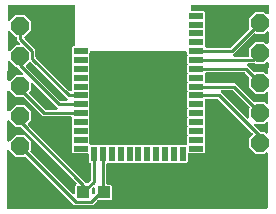
<source format=gbr>
G04 EAGLE Gerber RS-274X export*
G75*
%MOMM*%
%FSLAX34Y34*%
%LPD*%
%INTop Copper*%
%IPPOS*%
%AMOC8*
5,1,8,0,0,1.08239X$1,22.5*%
G01*
%ADD10R,1.100000X1.000000*%
%ADD11R,1.200000X0.500000*%
%ADD12R,0.500000X1.200000*%
%ADD13P,1.632244X8X292.500000*%
%ADD14C,0.254000*%

G36*
X108146Y-115555D02*
X108146Y-115555D01*
X108261Y-115548D01*
X108304Y-115535D01*
X108348Y-115529D01*
X108455Y-115487D01*
X108564Y-115452D01*
X108602Y-115429D01*
X108643Y-115412D01*
X108736Y-115345D01*
X108834Y-115284D01*
X108865Y-115252D01*
X108901Y-115226D01*
X108974Y-115137D01*
X109053Y-115054D01*
X109075Y-115015D01*
X109104Y-114981D01*
X109153Y-114877D01*
X109209Y-114776D01*
X109220Y-114733D01*
X109239Y-114693D01*
X109261Y-114580D01*
X109290Y-114469D01*
X109295Y-114401D01*
X109299Y-114381D01*
X109298Y-114361D01*
X109301Y-114308D01*
X109597Y-68855D01*
X109580Y-68714D01*
X109566Y-68571D01*
X109561Y-68556D01*
X109559Y-68540D01*
X109507Y-68406D01*
X109459Y-68271D01*
X109450Y-68258D01*
X109444Y-68243D01*
X109361Y-68127D01*
X109280Y-68008D01*
X109268Y-67998D01*
X109259Y-67985D01*
X109149Y-67893D01*
X109042Y-67798D01*
X109027Y-67791D01*
X109015Y-67780D01*
X108886Y-67718D01*
X108758Y-67653D01*
X108743Y-67650D01*
X108728Y-67643D01*
X108587Y-67615D01*
X108448Y-67584D01*
X108432Y-67584D01*
X108416Y-67581D01*
X108273Y-67589D01*
X108130Y-67593D01*
X108115Y-67598D01*
X108099Y-67599D01*
X107962Y-67642D01*
X107825Y-67682D01*
X107811Y-67690D01*
X107795Y-67695D01*
X107674Y-67770D01*
X107551Y-67843D01*
X107534Y-67858D01*
X107526Y-67863D01*
X107513Y-67877D01*
X107430Y-67950D01*
X106625Y-68755D01*
X99115Y-68755D01*
X93805Y-63445D01*
X93805Y-55935D01*
X96447Y-53294D01*
X96520Y-53200D01*
X96598Y-53111D01*
X96617Y-53075D01*
X96642Y-53043D01*
X96689Y-52933D01*
X96743Y-52827D01*
X96752Y-52788D01*
X96768Y-52751D01*
X96787Y-52633D01*
X96813Y-52517D01*
X96811Y-52477D01*
X96818Y-52437D01*
X96807Y-52318D01*
X96803Y-52199D01*
X96792Y-52160D01*
X96788Y-52120D01*
X96748Y-52008D01*
X96715Y-51894D01*
X96694Y-51859D01*
X96680Y-51821D01*
X96613Y-51722D01*
X96553Y-51620D01*
X96513Y-51574D01*
X96502Y-51558D01*
X96486Y-51544D01*
X96447Y-51499D01*
X67614Y-22666D01*
X67536Y-22606D01*
X67464Y-22538D01*
X67411Y-22509D01*
X67363Y-22472D01*
X67272Y-22432D01*
X67185Y-22384D01*
X67127Y-22369D01*
X67071Y-22345D01*
X66973Y-22330D01*
X66877Y-22305D01*
X66777Y-22299D01*
X66757Y-22295D01*
X66745Y-22297D01*
X66717Y-22295D01*
X57794Y-22295D01*
X57676Y-22310D01*
X57557Y-22317D01*
X57519Y-22330D01*
X57478Y-22335D01*
X57368Y-22378D01*
X57255Y-22415D01*
X57220Y-22437D01*
X57183Y-22452D01*
X57087Y-22521D01*
X56986Y-22585D01*
X56958Y-22615D01*
X56925Y-22638D01*
X56849Y-22730D01*
X56768Y-22817D01*
X56748Y-22852D01*
X56723Y-22883D01*
X56672Y-22991D01*
X56614Y-23095D01*
X56604Y-23135D01*
X56587Y-23171D01*
X56565Y-23288D01*
X56535Y-23403D01*
X56531Y-23463D01*
X56527Y-23483D01*
X56529Y-23504D01*
X56525Y-23564D01*
X56525Y-30285D01*
X56507Y-30319D01*
X56499Y-30359D01*
X56483Y-30396D01*
X56464Y-30513D01*
X56438Y-30630D01*
X56439Y-30670D01*
X56433Y-30710D01*
X56444Y-30828D01*
X56447Y-30947D01*
X56459Y-30986D01*
X56462Y-31026D01*
X56503Y-31138D01*
X56525Y-31214D01*
X56525Y-37785D01*
X56507Y-37819D01*
X56499Y-37859D01*
X56483Y-37896D01*
X56464Y-38013D01*
X56438Y-38130D01*
X56439Y-38170D01*
X56433Y-38210D01*
X56444Y-38328D01*
X56447Y-38447D01*
X56459Y-38486D01*
X56462Y-38526D01*
X56503Y-38638D01*
X56525Y-38714D01*
X56525Y-45285D01*
X56507Y-45319D01*
X56499Y-45358D01*
X56483Y-45395D01*
X56464Y-45513D01*
X56438Y-45629D01*
X56439Y-45670D01*
X56433Y-45709D01*
X56444Y-45828D01*
X56447Y-45947D01*
X56459Y-45986D01*
X56462Y-46026D01*
X56503Y-46138D01*
X56525Y-46214D01*
X56525Y-52785D01*
X56507Y-52819D01*
X56499Y-52859D01*
X56483Y-52896D01*
X56464Y-53013D01*
X56438Y-53130D01*
X56439Y-53170D01*
X56433Y-53210D01*
X56444Y-53328D01*
X56447Y-53447D01*
X56459Y-53486D01*
X56462Y-53526D01*
X56503Y-53638D01*
X56525Y-53714D01*
X56525Y-60285D01*
X56507Y-60319D01*
X56499Y-60359D01*
X56483Y-60396D01*
X56464Y-60513D01*
X56438Y-60630D01*
X56439Y-60670D01*
X56433Y-60710D01*
X56444Y-60828D01*
X56447Y-60947D01*
X56459Y-60986D01*
X56462Y-61026D01*
X56503Y-61138D01*
X56525Y-61214D01*
X56525Y-67632D01*
X55632Y-68525D01*
X42794Y-68525D01*
X42676Y-68540D01*
X42557Y-68547D01*
X42519Y-68560D01*
X42478Y-68565D01*
X42368Y-68608D01*
X42255Y-68645D01*
X42220Y-68667D01*
X42183Y-68682D01*
X42087Y-68751D01*
X41986Y-68815D01*
X41958Y-68845D01*
X41925Y-68868D01*
X41849Y-68960D01*
X41768Y-69047D01*
X41748Y-69082D01*
X41723Y-69113D01*
X41672Y-69221D01*
X41614Y-69325D01*
X41604Y-69365D01*
X41587Y-69401D01*
X41565Y-69518D01*
X41535Y-69633D01*
X41531Y-69693D01*
X41527Y-69713D01*
X41529Y-69734D01*
X41525Y-69794D01*
X41525Y-75632D01*
X40632Y-76525D01*
X34215Y-76525D01*
X34181Y-76507D01*
X34142Y-76499D01*
X34105Y-76483D01*
X33987Y-76464D01*
X33871Y-76438D01*
X33830Y-76439D01*
X33791Y-76433D01*
X33672Y-76444D01*
X33553Y-76447D01*
X33514Y-76459D01*
X33474Y-76462D01*
X33362Y-76503D01*
X33286Y-76525D01*
X26715Y-76525D01*
X26681Y-76507D01*
X26642Y-76499D01*
X26605Y-76483D01*
X26487Y-76464D01*
X26371Y-76438D01*
X26330Y-76439D01*
X26291Y-76433D01*
X26172Y-76444D01*
X26053Y-76447D01*
X26014Y-76459D01*
X25974Y-76462D01*
X25862Y-76503D01*
X25786Y-76525D01*
X19215Y-76525D01*
X19181Y-76507D01*
X19141Y-76499D01*
X19104Y-76483D01*
X18987Y-76464D01*
X18870Y-76438D01*
X18830Y-76439D01*
X18790Y-76433D01*
X18672Y-76444D01*
X18553Y-76447D01*
X18514Y-76459D01*
X18474Y-76462D01*
X18362Y-76503D01*
X18286Y-76525D01*
X11715Y-76525D01*
X11681Y-76507D01*
X11642Y-76499D01*
X11605Y-76483D01*
X11487Y-76464D01*
X11371Y-76438D01*
X11330Y-76439D01*
X11291Y-76433D01*
X11172Y-76444D01*
X11053Y-76447D01*
X11014Y-76459D01*
X10974Y-76462D01*
X10862Y-76503D01*
X10786Y-76525D01*
X4215Y-76525D01*
X4181Y-76507D01*
X4142Y-76499D01*
X4105Y-76483D01*
X3987Y-76464D01*
X3871Y-76438D01*
X3830Y-76439D01*
X3791Y-76433D01*
X3672Y-76444D01*
X3553Y-76447D01*
X3514Y-76459D01*
X3474Y-76462D01*
X3362Y-76503D01*
X3286Y-76525D01*
X-3285Y-76525D01*
X-3319Y-76507D01*
X-3359Y-76499D01*
X-3396Y-76483D01*
X-3513Y-76464D01*
X-3630Y-76438D01*
X-3670Y-76439D01*
X-3710Y-76433D01*
X-3828Y-76444D01*
X-3947Y-76447D01*
X-3986Y-76459D01*
X-4026Y-76462D01*
X-4138Y-76503D01*
X-4214Y-76525D01*
X-10785Y-76525D01*
X-10819Y-76507D01*
X-10859Y-76499D01*
X-10896Y-76483D01*
X-11013Y-76464D01*
X-11130Y-76438D01*
X-11170Y-76439D01*
X-11210Y-76433D01*
X-11328Y-76444D01*
X-11447Y-76447D01*
X-11486Y-76459D01*
X-11526Y-76462D01*
X-11638Y-76503D01*
X-11714Y-76525D01*
X-18285Y-76525D01*
X-18319Y-76507D01*
X-18358Y-76499D01*
X-18395Y-76483D01*
X-18513Y-76464D01*
X-18629Y-76438D01*
X-18670Y-76439D01*
X-18709Y-76433D01*
X-18828Y-76444D01*
X-18947Y-76447D01*
X-18986Y-76459D01*
X-19026Y-76462D01*
X-19138Y-76503D01*
X-19214Y-76525D01*
X-25936Y-76525D01*
X-26054Y-76540D01*
X-26173Y-76547D01*
X-26211Y-76560D01*
X-26252Y-76565D01*
X-26362Y-76608D01*
X-26475Y-76645D01*
X-26510Y-76667D01*
X-26547Y-76682D01*
X-26643Y-76751D01*
X-26744Y-76815D01*
X-26772Y-76845D01*
X-26805Y-76868D01*
X-26881Y-76960D01*
X-26962Y-77047D01*
X-26982Y-77082D01*
X-27007Y-77113D01*
X-27058Y-77221D01*
X-27116Y-77325D01*
X-27126Y-77365D01*
X-27143Y-77401D01*
X-27165Y-77518D01*
X-27195Y-77633D01*
X-27199Y-77693D01*
X-27203Y-77713D01*
X-27201Y-77734D01*
X-27205Y-77794D01*
X-27205Y-93806D01*
X-27190Y-93924D01*
X-27183Y-94043D01*
X-27170Y-94081D01*
X-27165Y-94122D01*
X-27122Y-94232D01*
X-27085Y-94345D01*
X-27063Y-94380D01*
X-27048Y-94417D01*
X-26979Y-94513D01*
X-26915Y-94614D01*
X-26885Y-94642D01*
X-26862Y-94675D01*
X-26770Y-94751D01*
X-26683Y-94832D01*
X-26648Y-94852D01*
X-26617Y-94877D01*
X-26509Y-94928D01*
X-26405Y-94986D01*
X-26365Y-94996D01*
X-26329Y-95013D01*
X-26212Y-95035D01*
X-26097Y-95065D01*
X-26037Y-95069D01*
X-26017Y-95073D01*
X-25996Y-95071D01*
X-25936Y-95075D01*
X-23468Y-95075D01*
X-22575Y-95968D01*
X-22575Y-107232D01*
X-23468Y-108125D01*
X-34195Y-108125D01*
X-34294Y-108137D01*
X-34393Y-108140D01*
X-34451Y-108157D01*
X-34511Y-108165D01*
X-34603Y-108201D01*
X-34698Y-108229D01*
X-34750Y-108259D01*
X-34807Y-108282D01*
X-34887Y-108340D01*
X-34972Y-108390D01*
X-35047Y-108456D01*
X-35064Y-108468D01*
X-35072Y-108478D01*
X-35093Y-108496D01*
X-38785Y-112189D01*
X-54415Y-112189D01*
X-95045Y-71559D01*
X-95139Y-71486D01*
X-95228Y-71407D01*
X-95264Y-71389D01*
X-95296Y-71364D01*
X-95405Y-71317D01*
X-95511Y-71263D01*
X-95551Y-71254D01*
X-95588Y-71238D01*
X-95705Y-71219D01*
X-95822Y-71193D01*
X-95862Y-71194D01*
X-95902Y-71188D01*
X-96020Y-71199D01*
X-96140Y-71203D01*
X-96178Y-71214D01*
X-96218Y-71218D01*
X-96331Y-71258D01*
X-96445Y-71291D01*
X-96451Y-71295D01*
X-104085Y-71295D01*
X-109203Y-66176D01*
X-109310Y-66093D01*
X-109413Y-66007D01*
X-109435Y-65996D01*
X-109454Y-65981D01*
X-109578Y-65928D01*
X-109700Y-65869D01*
X-109724Y-65865D01*
X-109746Y-65855D01*
X-109880Y-65834D01*
X-110012Y-65808D01*
X-110036Y-65809D01*
X-110060Y-65805D01*
X-110195Y-65818D01*
X-110329Y-65825D01*
X-110353Y-65833D01*
X-110377Y-65835D01*
X-110504Y-65881D01*
X-110633Y-65921D01*
X-110653Y-65934D01*
X-110676Y-65943D01*
X-110788Y-66019D01*
X-110902Y-66090D01*
X-110919Y-66108D01*
X-110939Y-66121D01*
X-111029Y-66222D01*
X-111122Y-66320D01*
X-111134Y-66341D01*
X-111150Y-66360D01*
X-111211Y-66480D01*
X-111277Y-66598D01*
X-111283Y-66621D01*
X-111294Y-66643D01*
X-111324Y-66775D01*
X-111359Y-66905D01*
X-111361Y-66939D01*
X-111364Y-66953D01*
X-111363Y-66975D01*
X-111370Y-67066D01*
X-111677Y-114292D01*
X-111662Y-114414D01*
X-111654Y-114537D01*
X-111643Y-114571D01*
X-111639Y-114608D01*
X-111594Y-114722D01*
X-111556Y-114839D01*
X-111537Y-114870D01*
X-111524Y-114904D01*
X-111452Y-115004D01*
X-111386Y-115108D01*
X-111360Y-115133D01*
X-111338Y-115163D01*
X-111244Y-115242D01*
X-111154Y-115326D01*
X-111123Y-115344D01*
X-111095Y-115367D01*
X-110984Y-115420D01*
X-110876Y-115480D01*
X-110841Y-115489D01*
X-110808Y-115504D01*
X-110687Y-115528D01*
X-110568Y-115559D01*
X-110515Y-115562D01*
X-110496Y-115566D01*
X-110475Y-115565D01*
X-110407Y-115569D01*
X108032Y-115569D01*
X108146Y-115555D01*
G37*
G36*
X33828Y-61556D02*
X33828Y-61556D01*
X33947Y-61553D01*
X33986Y-61541D01*
X34026Y-61538D01*
X34138Y-61497D01*
X34214Y-61475D01*
X40206Y-61475D01*
X40324Y-61460D01*
X40443Y-61453D01*
X40481Y-61440D01*
X40522Y-61435D01*
X40632Y-61392D01*
X40745Y-61355D01*
X40780Y-61333D01*
X40817Y-61318D01*
X40913Y-61249D01*
X41014Y-61185D01*
X41042Y-61155D01*
X41075Y-61132D01*
X41151Y-61040D01*
X41232Y-60953D01*
X41252Y-60918D01*
X41277Y-60887D01*
X41328Y-60779D01*
X41386Y-60675D01*
X41396Y-60635D01*
X41413Y-60599D01*
X41435Y-60482D01*
X41465Y-60367D01*
X41469Y-60307D01*
X41473Y-60287D01*
X41471Y-60266D01*
X41475Y-60206D01*
X41475Y-53715D01*
X41493Y-53681D01*
X41501Y-53642D01*
X41517Y-53605D01*
X41536Y-53487D01*
X41562Y-53371D01*
X41561Y-53330D01*
X41567Y-53291D01*
X41556Y-53172D01*
X41553Y-53053D01*
X41541Y-53014D01*
X41538Y-52974D01*
X41497Y-52862D01*
X41475Y-52786D01*
X41475Y-46215D01*
X41493Y-46181D01*
X41501Y-46141D01*
X41517Y-46104D01*
X41536Y-45987D01*
X41562Y-45870D01*
X41561Y-45830D01*
X41567Y-45790D01*
X41556Y-45672D01*
X41553Y-45553D01*
X41541Y-45514D01*
X41538Y-45474D01*
X41497Y-45362D01*
X41475Y-45286D01*
X41475Y-38715D01*
X41493Y-38681D01*
X41501Y-38642D01*
X41517Y-38605D01*
X41536Y-38487D01*
X41562Y-38371D01*
X41561Y-38330D01*
X41567Y-38291D01*
X41556Y-38172D01*
X41553Y-38053D01*
X41541Y-38014D01*
X41538Y-37974D01*
X41497Y-37862D01*
X41475Y-37786D01*
X41475Y-31215D01*
X41493Y-31181D01*
X41501Y-31142D01*
X41517Y-31105D01*
X41536Y-30987D01*
X41562Y-30871D01*
X41561Y-30830D01*
X41567Y-30791D01*
X41556Y-30672D01*
X41553Y-30553D01*
X41541Y-30514D01*
X41538Y-30474D01*
X41497Y-30362D01*
X41475Y-30286D01*
X41475Y-23715D01*
X41493Y-23681D01*
X41501Y-23641D01*
X41517Y-23604D01*
X41536Y-23487D01*
X41562Y-23370D01*
X41561Y-23330D01*
X41567Y-23290D01*
X41556Y-23172D01*
X41553Y-23053D01*
X41541Y-23014D01*
X41538Y-22974D01*
X41497Y-22862D01*
X41475Y-22786D01*
X41475Y-16215D01*
X41493Y-16181D01*
X41501Y-16141D01*
X41517Y-16104D01*
X41536Y-15987D01*
X41562Y-15870D01*
X41561Y-15830D01*
X41567Y-15790D01*
X41556Y-15672D01*
X41553Y-15553D01*
X41541Y-15514D01*
X41538Y-15474D01*
X41497Y-15362D01*
X41475Y-15286D01*
X41475Y-8715D01*
X41493Y-8681D01*
X41501Y-8641D01*
X41517Y-8604D01*
X41536Y-8487D01*
X41562Y-8370D01*
X41561Y-8330D01*
X41567Y-8290D01*
X41556Y-8172D01*
X41553Y-8053D01*
X41541Y-8014D01*
X41538Y-7974D01*
X41497Y-7862D01*
X41475Y-7786D01*
X41475Y-1215D01*
X41493Y-1181D01*
X41501Y-1142D01*
X41517Y-1105D01*
X41536Y-987D01*
X41562Y-871D01*
X41561Y-830D01*
X41567Y-791D01*
X41556Y-672D01*
X41553Y-553D01*
X41541Y-514D01*
X41538Y-474D01*
X41497Y-362D01*
X41475Y-286D01*
X41475Y6285D01*
X41493Y6319D01*
X41501Y6358D01*
X41517Y6395D01*
X41536Y6513D01*
X41562Y6629D01*
X41561Y6670D01*
X41567Y6709D01*
X41556Y6828D01*
X41553Y6947D01*
X41541Y6986D01*
X41538Y7026D01*
X41497Y7138D01*
X41475Y7214D01*
X41475Y13785D01*
X41493Y13819D01*
X41501Y13859D01*
X41517Y13896D01*
X41536Y14013D01*
X41562Y14130D01*
X41561Y14170D01*
X41567Y14210D01*
X41556Y14328D01*
X41553Y14447D01*
X41541Y14486D01*
X41538Y14526D01*
X41497Y14638D01*
X41475Y14714D01*
X41475Y16510D01*
X41460Y16628D01*
X41453Y16747D01*
X41441Y16785D01*
X41435Y16826D01*
X41392Y16936D01*
X41355Y17049D01*
X41333Y17084D01*
X41318Y17121D01*
X41249Y17217D01*
X41185Y17318D01*
X41155Y17346D01*
X41132Y17379D01*
X41040Y17455D01*
X40953Y17536D01*
X40918Y17556D01*
X40887Y17581D01*
X40779Y17632D01*
X40675Y17690D01*
X40635Y17700D01*
X40599Y17717D01*
X40482Y17739D01*
X40367Y17769D01*
X40307Y17773D01*
X40287Y17777D01*
X40266Y17775D01*
X40206Y17779D01*
X-40206Y17779D01*
X-40324Y17764D01*
X-40443Y17757D01*
X-40481Y17744D01*
X-40522Y17739D01*
X-40632Y17696D01*
X-40745Y17659D01*
X-40780Y17637D01*
X-40817Y17622D01*
X-40913Y17553D01*
X-41014Y17489D01*
X-41042Y17459D01*
X-41075Y17436D01*
X-41151Y17344D01*
X-41232Y17257D01*
X-41252Y17222D01*
X-41277Y17191D01*
X-41328Y17083D01*
X-41386Y16979D01*
X-41396Y16939D01*
X-41413Y16903D01*
X-41435Y16786D01*
X-41465Y16671D01*
X-41469Y16611D01*
X-41473Y16591D01*
X-41471Y16570D01*
X-41475Y16510D01*
X-41475Y14715D01*
X-41493Y14681D01*
X-41501Y14641D01*
X-41517Y14604D01*
X-41536Y14487D01*
X-41562Y14370D01*
X-41561Y14330D01*
X-41567Y14290D01*
X-41556Y14172D01*
X-41553Y14053D01*
X-41541Y14014D01*
X-41538Y13974D01*
X-41497Y13862D01*
X-41475Y13786D01*
X-41475Y7215D01*
X-41493Y7181D01*
X-41501Y7141D01*
X-41517Y7104D01*
X-41536Y6987D01*
X-41562Y6870D01*
X-41561Y6830D01*
X-41567Y6790D01*
X-41556Y6672D01*
X-41553Y6553D01*
X-41541Y6514D01*
X-41538Y6474D01*
X-41497Y6362D01*
X-41475Y6286D01*
X-41475Y-285D01*
X-41493Y-319D01*
X-41501Y-359D01*
X-41517Y-396D01*
X-41536Y-513D01*
X-41562Y-630D01*
X-41561Y-670D01*
X-41567Y-710D01*
X-41556Y-828D01*
X-41553Y-947D01*
X-41541Y-986D01*
X-41538Y-1026D01*
X-41497Y-1138D01*
X-41475Y-1214D01*
X-41475Y-7785D01*
X-41493Y-7819D01*
X-41501Y-7858D01*
X-41517Y-7895D01*
X-41536Y-8013D01*
X-41562Y-8129D01*
X-41561Y-8170D01*
X-41567Y-8209D01*
X-41556Y-8328D01*
X-41553Y-8447D01*
X-41541Y-8486D01*
X-41538Y-8526D01*
X-41497Y-8638D01*
X-41475Y-8714D01*
X-41475Y-15285D01*
X-41493Y-15319D01*
X-41501Y-15358D01*
X-41517Y-15395D01*
X-41536Y-15513D01*
X-41562Y-15629D01*
X-41561Y-15670D01*
X-41567Y-15709D01*
X-41556Y-15828D01*
X-41553Y-15947D01*
X-41541Y-15986D01*
X-41538Y-16026D01*
X-41497Y-16138D01*
X-41475Y-16214D01*
X-41475Y-22785D01*
X-41493Y-22819D01*
X-41501Y-22858D01*
X-41517Y-22895D01*
X-41536Y-23013D01*
X-41562Y-23129D01*
X-41561Y-23170D01*
X-41567Y-23209D01*
X-41556Y-23328D01*
X-41553Y-23447D01*
X-41541Y-23486D01*
X-41538Y-23526D01*
X-41497Y-23638D01*
X-41475Y-23714D01*
X-41475Y-30285D01*
X-41493Y-30319D01*
X-41501Y-30359D01*
X-41517Y-30396D01*
X-41536Y-30513D01*
X-41562Y-30630D01*
X-41561Y-30670D01*
X-41567Y-30710D01*
X-41556Y-30828D01*
X-41553Y-30947D01*
X-41541Y-30986D01*
X-41538Y-31026D01*
X-41497Y-31138D01*
X-41475Y-31214D01*
X-41475Y-37785D01*
X-41493Y-37819D01*
X-41501Y-37859D01*
X-41517Y-37896D01*
X-41536Y-38013D01*
X-41562Y-38130D01*
X-41561Y-38170D01*
X-41567Y-38210D01*
X-41556Y-38328D01*
X-41553Y-38447D01*
X-41541Y-38486D01*
X-41538Y-38526D01*
X-41497Y-38638D01*
X-41475Y-38714D01*
X-41475Y-45285D01*
X-41493Y-45319D01*
X-41501Y-45358D01*
X-41517Y-45395D01*
X-41536Y-45513D01*
X-41562Y-45629D01*
X-41561Y-45670D01*
X-41567Y-45709D01*
X-41556Y-45828D01*
X-41553Y-45947D01*
X-41541Y-45986D01*
X-41538Y-46026D01*
X-41497Y-46138D01*
X-41475Y-46214D01*
X-41475Y-52785D01*
X-41493Y-52819D01*
X-41501Y-52859D01*
X-41517Y-52896D01*
X-41536Y-53013D01*
X-41562Y-53130D01*
X-41561Y-53170D01*
X-41567Y-53210D01*
X-41556Y-53328D01*
X-41553Y-53447D01*
X-41541Y-53486D01*
X-41538Y-53526D01*
X-41497Y-53638D01*
X-41475Y-53714D01*
X-41475Y-60206D01*
X-41460Y-60324D01*
X-41453Y-60443D01*
X-41440Y-60481D01*
X-41435Y-60522D01*
X-41392Y-60632D01*
X-41355Y-60745D01*
X-41333Y-60780D01*
X-41318Y-60817D01*
X-41249Y-60913D01*
X-41185Y-61014D01*
X-41155Y-61042D01*
X-41132Y-61075D01*
X-41040Y-61151D01*
X-40953Y-61232D01*
X-40918Y-61252D01*
X-40887Y-61277D01*
X-40779Y-61328D01*
X-40675Y-61386D01*
X-40635Y-61396D01*
X-40599Y-61413D01*
X-40482Y-61435D01*
X-40367Y-61465D01*
X-40307Y-61469D01*
X-40287Y-61473D01*
X-40266Y-61471D01*
X-40206Y-61475D01*
X-34215Y-61475D01*
X-34181Y-61493D01*
X-34142Y-61501D01*
X-34105Y-61517D01*
X-33987Y-61536D01*
X-33871Y-61562D01*
X-33830Y-61561D01*
X-33791Y-61567D01*
X-33672Y-61556D01*
X-33553Y-61553D01*
X-33514Y-61541D01*
X-33474Y-61538D01*
X-33362Y-61497D01*
X-33286Y-61475D01*
X-26715Y-61475D01*
X-26681Y-61493D01*
X-26641Y-61501D01*
X-26604Y-61517D01*
X-26487Y-61536D01*
X-26370Y-61562D01*
X-26330Y-61561D01*
X-26290Y-61567D01*
X-26172Y-61556D01*
X-26053Y-61553D01*
X-26014Y-61541D01*
X-25974Y-61538D01*
X-25862Y-61497D01*
X-25786Y-61475D01*
X-19215Y-61475D01*
X-19181Y-61493D01*
X-19141Y-61501D01*
X-19104Y-61517D01*
X-18987Y-61536D01*
X-18870Y-61562D01*
X-18830Y-61561D01*
X-18790Y-61567D01*
X-18672Y-61556D01*
X-18553Y-61553D01*
X-18514Y-61541D01*
X-18474Y-61538D01*
X-18362Y-61497D01*
X-18286Y-61475D01*
X-11715Y-61475D01*
X-11681Y-61493D01*
X-11642Y-61501D01*
X-11605Y-61517D01*
X-11487Y-61536D01*
X-11371Y-61562D01*
X-11330Y-61561D01*
X-11291Y-61567D01*
X-11172Y-61556D01*
X-11053Y-61553D01*
X-11014Y-61541D01*
X-10974Y-61538D01*
X-10862Y-61497D01*
X-10786Y-61475D01*
X-4215Y-61475D01*
X-4181Y-61493D01*
X-4142Y-61501D01*
X-4105Y-61517D01*
X-3987Y-61536D01*
X-3871Y-61562D01*
X-3830Y-61561D01*
X-3791Y-61567D01*
X-3672Y-61556D01*
X-3553Y-61553D01*
X-3514Y-61541D01*
X-3474Y-61538D01*
X-3362Y-61497D01*
X-3286Y-61475D01*
X3285Y-61475D01*
X3319Y-61493D01*
X3359Y-61501D01*
X3396Y-61517D01*
X3513Y-61536D01*
X3630Y-61562D01*
X3670Y-61561D01*
X3710Y-61567D01*
X3828Y-61556D01*
X3947Y-61553D01*
X3986Y-61541D01*
X4026Y-61538D01*
X4138Y-61497D01*
X4214Y-61475D01*
X10785Y-61475D01*
X10819Y-61493D01*
X10859Y-61501D01*
X10896Y-61517D01*
X11013Y-61536D01*
X11130Y-61562D01*
X11170Y-61561D01*
X11210Y-61567D01*
X11328Y-61556D01*
X11447Y-61553D01*
X11486Y-61541D01*
X11526Y-61538D01*
X11638Y-61497D01*
X11714Y-61475D01*
X18285Y-61475D01*
X18319Y-61493D01*
X18358Y-61501D01*
X18395Y-61517D01*
X18513Y-61536D01*
X18629Y-61562D01*
X18670Y-61561D01*
X18709Y-61567D01*
X18828Y-61556D01*
X18947Y-61553D01*
X18986Y-61541D01*
X19026Y-61538D01*
X19138Y-61497D01*
X19214Y-61475D01*
X25785Y-61475D01*
X25819Y-61493D01*
X25859Y-61501D01*
X25896Y-61517D01*
X26013Y-61536D01*
X26130Y-61562D01*
X26170Y-61561D01*
X26210Y-61567D01*
X26328Y-61556D01*
X26447Y-61553D01*
X26486Y-61541D01*
X26526Y-61538D01*
X26638Y-61497D01*
X26714Y-61475D01*
X33285Y-61475D01*
X33319Y-61493D01*
X33359Y-61501D01*
X33396Y-61517D01*
X33513Y-61536D01*
X33630Y-61562D01*
X33670Y-61561D01*
X33710Y-61567D01*
X33828Y-61556D01*
G37*
G36*
X-57695Y-16107D02*
X-57695Y-16107D01*
X-57557Y-16098D01*
X-57538Y-16092D01*
X-57518Y-16090D01*
X-57386Y-16043D01*
X-57255Y-16000D01*
X-57237Y-15989D01*
X-57218Y-15983D01*
X-57103Y-15904D01*
X-56986Y-15830D01*
X-56972Y-15815D01*
X-56955Y-15804D01*
X-56863Y-15700D01*
X-56768Y-15598D01*
X-56758Y-15581D01*
X-56745Y-15566D01*
X-56681Y-15442D01*
X-56614Y-15320D01*
X-56609Y-15300D01*
X-56600Y-15282D01*
X-56570Y-15146D01*
X-56535Y-15012D01*
X-56533Y-14984D01*
X-56530Y-14972D01*
X-56531Y-14952D01*
X-56525Y-14851D01*
X-56525Y-8715D01*
X-56507Y-8681D01*
X-56499Y-8641D01*
X-56483Y-8604D01*
X-56464Y-8487D01*
X-56438Y-8370D01*
X-56439Y-8330D01*
X-56433Y-8290D01*
X-56444Y-8172D01*
X-56447Y-8053D01*
X-56459Y-8014D01*
X-56462Y-7974D01*
X-56503Y-7862D01*
X-56525Y-7786D01*
X-56525Y-1215D01*
X-56507Y-1181D01*
X-56499Y-1142D01*
X-56483Y-1105D01*
X-56464Y-987D01*
X-56438Y-871D01*
X-56439Y-830D01*
X-56433Y-791D01*
X-56444Y-672D01*
X-56447Y-553D01*
X-56459Y-514D01*
X-56462Y-474D01*
X-56503Y-362D01*
X-56525Y-286D01*
X-56525Y6285D01*
X-56507Y6319D01*
X-56499Y6358D01*
X-56483Y6395D01*
X-56464Y6513D01*
X-56438Y6629D01*
X-56439Y6670D01*
X-56433Y6709D01*
X-56444Y6828D01*
X-56447Y6947D01*
X-56459Y6986D01*
X-56462Y7026D01*
X-56503Y7138D01*
X-56525Y7214D01*
X-56525Y13785D01*
X-56507Y13819D01*
X-56499Y13858D01*
X-56483Y13895D01*
X-56464Y14013D01*
X-56438Y14129D01*
X-56439Y14170D01*
X-56433Y14209D01*
X-56444Y14328D01*
X-56447Y14447D01*
X-56459Y14486D01*
X-56462Y14526D01*
X-56503Y14638D01*
X-56525Y14714D01*
X-56525Y21132D01*
X-55632Y22025D01*
X-54610Y22025D01*
X-54492Y22040D01*
X-54373Y22047D01*
X-54335Y22060D01*
X-54294Y22065D01*
X-54184Y22108D01*
X-54071Y22145D01*
X-54036Y22167D01*
X-53999Y22182D01*
X-53903Y22251D01*
X-53802Y22315D01*
X-53774Y22345D01*
X-53741Y22368D01*
X-53666Y22460D01*
X-53584Y22547D01*
X-53564Y22582D01*
X-53539Y22613D01*
X-53488Y22721D01*
X-53430Y22825D01*
X-53420Y22865D01*
X-53403Y22901D01*
X-53381Y23018D01*
X-53351Y23133D01*
X-53347Y23193D01*
X-53343Y23213D01*
X-53345Y23234D01*
X-53341Y23294D01*
X-53341Y55880D01*
X-53356Y55998D01*
X-53363Y56117D01*
X-53376Y56155D01*
X-53381Y56196D01*
X-53424Y56306D01*
X-53461Y56419D01*
X-53483Y56454D01*
X-53498Y56491D01*
X-53567Y56587D01*
X-53631Y56688D01*
X-53661Y56716D01*
X-53684Y56749D01*
X-53776Y56825D01*
X-53863Y56906D01*
X-53898Y56926D01*
X-53929Y56951D01*
X-54037Y57002D01*
X-54141Y57060D01*
X-54181Y57070D01*
X-54217Y57087D01*
X-54334Y57109D01*
X-54449Y57139D01*
X-54509Y57143D01*
X-54529Y57147D01*
X-54550Y57145D01*
X-54610Y57149D01*
X-109302Y57149D01*
X-109416Y57135D01*
X-109531Y57128D01*
X-109574Y57115D01*
X-109618Y57109D01*
X-109725Y57067D01*
X-109834Y57032D01*
X-109872Y57009D01*
X-109913Y56992D01*
X-110006Y56925D01*
X-110104Y56864D01*
X-110135Y56832D01*
X-110171Y56806D01*
X-110244Y56717D01*
X-110323Y56634D01*
X-110345Y56595D01*
X-110374Y56561D01*
X-110423Y56457D01*
X-110479Y56356D01*
X-110490Y56313D01*
X-110509Y56273D01*
X-110531Y56160D01*
X-110560Y56049D01*
X-110565Y55981D01*
X-110569Y55961D01*
X-110568Y55941D01*
X-110571Y55888D01*
X-110642Y44949D01*
X-110626Y44808D01*
X-110612Y44665D01*
X-110607Y44650D01*
X-110605Y44634D01*
X-110553Y44500D01*
X-110504Y44366D01*
X-110495Y44352D01*
X-110490Y44337D01*
X-110406Y44221D01*
X-110326Y44102D01*
X-110314Y44092D01*
X-110304Y44079D01*
X-110195Y43987D01*
X-110087Y43892D01*
X-110073Y43885D01*
X-110061Y43874D01*
X-109931Y43812D01*
X-109804Y43747D01*
X-109789Y43744D01*
X-109774Y43737D01*
X-109633Y43709D01*
X-109494Y43678D01*
X-109478Y43678D01*
X-109462Y43675D01*
X-109319Y43683D01*
X-109176Y43687D01*
X-109161Y43692D01*
X-109144Y43693D01*
X-109008Y43736D01*
X-108871Y43776D01*
X-108857Y43784D01*
X-108841Y43789D01*
X-108720Y43865D01*
X-108597Y43937D01*
X-108580Y43952D01*
X-108572Y43957D01*
X-108559Y43971D01*
X-108476Y44044D01*
X-104085Y48435D01*
X-96575Y48435D01*
X-91265Y43125D01*
X-91265Y35615D01*
X-96439Y30441D01*
X-96512Y30347D01*
X-96591Y30258D01*
X-96609Y30222D01*
X-96634Y30190D01*
X-96682Y30081D01*
X-96736Y29975D01*
X-96745Y29935D01*
X-96761Y29898D01*
X-96779Y29780D01*
X-96805Y29664D01*
X-96804Y29624D01*
X-96810Y29584D01*
X-96799Y29465D01*
X-96796Y29346D01*
X-96784Y29308D01*
X-96781Y29267D01*
X-96740Y29155D01*
X-96707Y29041D01*
X-96687Y29006D01*
X-96673Y28968D01*
X-96606Y28870D01*
X-96546Y28767D01*
X-96506Y28722D01*
X-96494Y28705D01*
X-96479Y28691D01*
X-96439Y28646D01*
X-87201Y19408D01*
X-87201Y13287D01*
X-87189Y13189D01*
X-87186Y13090D01*
X-87169Y13031D01*
X-87161Y12971D01*
X-87125Y12879D01*
X-87097Y12784D01*
X-87067Y12732D01*
X-87044Y12676D01*
X-86986Y12595D01*
X-86936Y12510D01*
X-86870Y12435D01*
X-86858Y12418D01*
X-86848Y12410D01*
X-86830Y12389D01*
X-58691Y-15749D01*
X-58582Y-15834D01*
X-58475Y-15923D01*
X-58456Y-15931D01*
X-58440Y-15944D01*
X-58312Y-15999D01*
X-58187Y-16058D01*
X-58167Y-16062D01*
X-58148Y-16070D01*
X-58010Y-16092D01*
X-57874Y-16118D01*
X-57854Y-16117D01*
X-57834Y-16120D01*
X-57695Y-16107D01*
G37*
G36*
X-43347Y-93935D02*
X-43347Y-93935D01*
X-43228Y-93932D01*
X-43189Y-93920D01*
X-43149Y-93916D01*
X-43037Y-93876D01*
X-42922Y-93843D01*
X-42887Y-93823D01*
X-42849Y-93809D01*
X-42751Y-93742D01*
X-42648Y-93682D01*
X-42603Y-93642D01*
X-42586Y-93630D01*
X-42573Y-93615D01*
X-42527Y-93575D01*
X-40666Y-91714D01*
X-40606Y-91636D01*
X-40538Y-91564D01*
X-40509Y-91511D01*
X-40472Y-91463D01*
X-40432Y-91372D01*
X-40384Y-91285D01*
X-40369Y-91227D01*
X-40345Y-91171D01*
X-40330Y-91073D01*
X-40305Y-90977D01*
X-40299Y-90877D01*
X-40295Y-90857D01*
X-40297Y-90845D01*
X-40295Y-90817D01*
X-40295Y-77387D01*
X-40307Y-77289D01*
X-40310Y-77190D01*
X-40327Y-77132D01*
X-40335Y-77072D01*
X-40371Y-76980D01*
X-40399Y-76885D01*
X-40429Y-76832D01*
X-40452Y-76776D01*
X-40510Y-76696D01*
X-40560Y-76611D01*
X-40626Y-76535D01*
X-40638Y-76519D01*
X-40648Y-76511D01*
X-40667Y-76490D01*
X-41525Y-75632D01*
X-41525Y-69794D01*
X-41540Y-69676D01*
X-41547Y-69557D01*
X-41560Y-69519D01*
X-41565Y-69478D01*
X-41608Y-69368D01*
X-41645Y-69255D01*
X-41667Y-69220D01*
X-41682Y-69183D01*
X-41751Y-69087D01*
X-41815Y-68986D01*
X-41845Y-68958D01*
X-41868Y-68925D01*
X-41960Y-68849D01*
X-42047Y-68768D01*
X-42082Y-68748D01*
X-42113Y-68723D01*
X-42221Y-68672D01*
X-42325Y-68614D01*
X-42365Y-68604D01*
X-42401Y-68587D01*
X-42518Y-68565D01*
X-42633Y-68535D01*
X-42693Y-68531D01*
X-42713Y-68527D01*
X-42734Y-68529D01*
X-42794Y-68525D01*
X-55632Y-68525D01*
X-56525Y-67632D01*
X-56525Y-61215D01*
X-56507Y-61181D01*
X-56499Y-61142D01*
X-56483Y-61105D01*
X-56464Y-60987D01*
X-56438Y-60871D01*
X-56439Y-60830D01*
X-56433Y-60791D01*
X-56444Y-60672D01*
X-56447Y-60553D01*
X-56459Y-60514D01*
X-56462Y-60474D01*
X-56503Y-60362D01*
X-56525Y-60286D01*
X-56525Y-53715D01*
X-56507Y-53681D01*
X-56499Y-53642D01*
X-56483Y-53605D01*
X-56464Y-53487D01*
X-56438Y-53371D01*
X-56439Y-53330D01*
X-56433Y-53291D01*
X-56444Y-53172D01*
X-56447Y-53053D01*
X-56459Y-53014D01*
X-56462Y-52974D01*
X-56503Y-52862D01*
X-56525Y-52786D01*
X-56525Y-46215D01*
X-56507Y-46181D01*
X-56499Y-46141D01*
X-56483Y-46104D01*
X-56464Y-45987D01*
X-56438Y-45870D01*
X-56439Y-45830D01*
X-56433Y-45790D01*
X-56444Y-45672D01*
X-56447Y-45553D01*
X-56459Y-45514D01*
X-56462Y-45474D01*
X-56503Y-45362D01*
X-56525Y-45286D01*
X-56525Y-38564D01*
X-56540Y-38446D01*
X-56547Y-38327D01*
X-56560Y-38289D01*
X-56565Y-38248D01*
X-56608Y-38138D01*
X-56645Y-38025D01*
X-56667Y-37990D01*
X-56682Y-37953D01*
X-56751Y-37857D01*
X-56815Y-37756D01*
X-56845Y-37728D01*
X-56868Y-37695D01*
X-56960Y-37619D01*
X-57047Y-37538D01*
X-57082Y-37518D01*
X-57113Y-37493D01*
X-57221Y-37442D01*
X-57325Y-37384D01*
X-57365Y-37374D01*
X-57401Y-37357D01*
X-57518Y-37335D01*
X-57633Y-37305D01*
X-57693Y-37301D01*
X-57713Y-37297D01*
X-57734Y-37299D01*
X-57794Y-37295D01*
X-80958Y-37295D01*
X-97386Y-20866D01*
X-97464Y-20806D01*
X-97536Y-20738D01*
X-97589Y-20709D01*
X-97637Y-20672D01*
X-97728Y-20632D01*
X-97815Y-20584D01*
X-97873Y-20569D01*
X-97929Y-20545D01*
X-98027Y-20530D01*
X-98123Y-20505D01*
X-98223Y-20499D01*
X-98243Y-20495D01*
X-98255Y-20497D01*
X-98283Y-20495D01*
X-104085Y-20495D01*
X-108875Y-15704D01*
X-108982Y-15621D01*
X-109085Y-15535D01*
X-109107Y-15524D01*
X-109127Y-15509D01*
X-109251Y-15455D01*
X-109372Y-15397D01*
X-109396Y-15392D01*
X-109419Y-15383D01*
X-109552Y-15362D01*
X-109684Y-15335D01*
X-109709Y-15337D01*
X-109733Y-15333D01*
X-109867Y-15346D01*
X-110002Y-15353D01*
X-110025Y-15360D01*
X-110049Y-15363D01*
X-110176Y-15408D01*
X-110305Y-15449D01*
X-110325Y-15462D01*
X-110349Y-15470D01*
X-110460Y-15546D01*
X-110575Y-15618D01*
X-110591Y-15635D01*
X-110612Y-15649D01*
X-110701Y-15750D01*
X-110794Y-15848D01*
X-110806Y-15869D01*
X-110822Y-15887D01*
X-110884Y-16008D01*
X-110949Y-16125D01*
X-110956Y-16149D01*
X-110967Y-16171D01*
X-110996Y-16302D01*
X-111031Y-16433D01*
X-111033Y-16467D01*
X-111036Y-16481D01*
X-111036Y-16502D01*
X-111042Y-16593D01*
X-111141Y-31749D01*
X-111124Y-31890D01*
X-111110Y-32033D01*
X-111105Y-32048D01*
X-111103Y-32064D01*
X-111051Y-32198D01*
X-111003Y-32332D01*
X-110993Y-32346D01*
X-110988Y-32361D01*
X-110904Y-32477D01*
X-110824Y-32596D01*
X-110812Y-32606D01*
X-110802Y-32619D01*
X-110693Y-32711D01*
X-110585Y-32806D01*
X-110571Y-32813D01*
X-110559Y-32824D01*
X-110429Y-32886D01*
X-110302Y-32951D01*
X-110287Y-32954D01*
X-110272Y-32961D01*
X-110131Y-32989D01*
X-109992Y-33020D01*
X-109976Y-33020D01*
X-109960Y-33023D01*
X-109817Y-33015D01*
X-109674Y-33011D01*
X-109659Y-33006D01*
X-109642Y-33005D01*
X-109506Y-32962D01*
X-109369Y-32922D01*
X-109355Y-32914D01*
X-109339Y-32909D01*
X-109218Y-32833D01*
X-109095Y-32761D01*
X-109078Y-32746D01*
X-109070Y-32741D01*
X-109057Y-32727D01*
X-108974Y-32654D01*
X-104085Y-27765D01*
X-96575Y-27765D01*
X-91265Y-33075D01*
X-91265Y-40585D01*
X-93392Y-42711D01*
X-93465Y-42805D01*
X-93543Y-42894D01*
X-93562Y-42930D01*
X-93587Y-42962D01*
X-93634Y-43072D01*
X-93688Y-43178D01*
X-93697Y-43217D01*
X-93713Y-43254D01*
X-93732Y-43372D01*
X-93758Y-43488D01*
X-93756Y-43528D01*
X-93763Y-43568D01*
X-93752Y-43687D01*
X-93748Y-43806D01*
X-93737Y-43845D01*
X-93733Y-43885D01*
X-93693Y-43997D01*
X-93660Y-44111D01*
X-93639Y-44146D01*
X-93625Y-44184D01*
X-93558Y-44283D01*
X-93498Y-44385D01*
X-93458Y-44430D01*
X-93447Y-44447D01*
X-93431Y-44461D01*
X-93392Y-44506D01*
X-44322Y-93575D01*
X-44228Y-93648D01*
X-44139Y-93727D01*
X-44103Y-93745D01*
X-44071Y-93770D01*
X-43962Y-93817D01*
X-43856Y-93872D01*
X-43817Y-93880D01*
X-43779Y-93896D01*
X-43662Y-93915D01*
X-43546Y-93941D01*
X-43505Y-93940D01*
X-43465Y-93946D01*
X-43347Y-93935D01*
G37*
G36*
X77375Y20807D02*
X77375Y20807D01*
X77474Y20810D01*
X77532Y20827D01*
X77592Y20835D01*
X77684Y20871D01*
X77779Y20899D01*
X77832Y20929D01*
X77888Y20952D01*
X77968Y21010D01*
X78053Y21060D01*
X78129Y21126D01*
X78145Y21138D01*
X78153Y21148D01*
X78174Y21166D01*
X93587Y36579D01*
X93660Y36673D01*
X93738Y36762D01*
X93757Y36798D01*
X93782Y36830D01*
X93829Y36940D01*
X93883Y37045D01*
X93892Y37085D01*
X93908Y37122D01*
X93927Y37240D01*
X93953Y37356D01*
X93951Y37396D01*
X93958Y37436D01*
X93947Y37555D01*
X93943Y37674D01*
X93932Y37712D01*
X93928Y37753D01*
X93888Y37865D01*
X93855Y37979D01*
X93834Y38014D01*
X93820Y38052D01*
X93805Y38074D01*
X93805Y45665D01*
X99115Y50975D01*
X106625Y50975D01*
X108204Y49396D01*
X108310Y49313D01*
X108414Y49226D01*
X108436Y49216D01*
X108455Y49201D01*
X108579Y49147D01*
X108700Y49089D01*
X108724Y49084D01*
X108747Y49075D01*
X108880Y49053D01*
X109012Y49027D01*
X109037Y49029D01*
X109061Y49025D01*
X109195Y49037D01*
X109330Y49045D01*
X109353Y49052D01*
X109377Y49055D01*
X109505Y49100D01*
X109633Y49141D01*
X109654Y49154D01*
X109677Y49162D01*
X109788Y49238D01*
X109903Y49309D01*
X109920Y49327D01*
X109940Y49341D01*
X110029Y49442D01*
X110122Y49540D01*
X110134Y49561D01*
X110150Y49579D01*
X110212Y49700D01*
X110278Y49817D01*
X110284Y49841D01*
X110295Y49862D01*
X110324Y49994D01*
X110359Y50125D01*
X110361Y50159D01*
X110365Y50173D01*
X110364Y50194D01*
X110370Y50285D01*
X110407Y55872D01*
X110392Y55994D01*
X110384Y56117D01*
X110373Y56151D01*
X110369Y56188D01*
X110324Y56302D01*
X110286Y56419D01*
X110267Y56450D01*
X110254Y56484D01*
X110182Y56584D01*
X110116Y56688D01*
X110090Y56713D01*
X110068Y56743D01*
X109974Y56822D01*
X109884Y56906D01*
X109853Y56924D01*
X109825Y56947D01*
X109714Y57000D01*
X109606Y57060D01*
X109571Y57069D01*
X109538Y57084D01*
X109417Y57108D01*
X109298Y57139D01*
X109245Y57142D01*
X109226Y57146D01*
X109205Y57145D01*
X109137Y57149D01*
X45720Y57149D01*
X45602Y57134D01*
X45483Y57127D01*
X45445Y57114D01*
X45404Y57109D01*
X45294Y57066D01*
X45181Y57029D01*
X45146Y57007D01*
X45109Y56992D01*
X45013Y56923D01*
X44912Y56859D01*
X44884Y56829D01*
X44851Y56806D01*
X44776Y56714D01*
X44694Y56627D01*
X44674Y56592D01*
X44649Y56561D01*
X44598Y56453D01*
X44540Y56349D01*
X44530Y56309D01*
X44513Y56273D01*
X44491Y56156D01*
X44461Y56041D01*
X44457Y55981D01*
X44453Y55961D01*
X44455Y55940D01*
X44451Y55880D01*
X44451Y53294D01*
X44466Y53176D01*
X44473Y53057D01*
X44486Y53019D01*
X44491Y52978D01*
X44534Y52868D01*
X44571Y52755D01*
X44593Y52720D01*
X44608Y52683D01*
X44678Y52587D01*
X44741Y52486D01*
X44771Y52458D01*
X44794Y52425D01*
X44886Y52349D01*
X44973Y52268D01*
X45008Y52248D01*
X45039Y52223D01*
X45147Y52172D01*
X45251Y52114D01*
X45291Y52104D01*
X45327Y52087D01*
X45444Y52065D01*
X45559Y52035D01*
X45620Y52031D01*
X45640Y52027D01*
X45660Y52029D01*
X45720Y52025D01*
X55632Y52025D01*
X56525Y51132D01*
X56525Y44715D01*
X56507Y44681D01*
X56499Y44642D01*
X56483Y44605D01*
X56464Y44487D01*
X56438Y44371D01*
X56439Y44330D01*
X56433Y44291D01*
X56444Y44172D01*
X56447Y44053D01*
X56459Y44014D01*
X56462Y43974D01*
X56503Y43862D01*
X56525Y43786D01*
X56525Y37215D01*
X56507Y37181D01*
X56499Y37142D01*
X56483Y37105D01*
X56464Y36987D01*
X56438Y36871D01*
X56439Y36830D01*
X56433Y36791D01*
X56444Y36672D01*
X56447Y36553D01*
X56459Y36514D01*
X56462Y36474D01*
X56503Y36362D01*
X56525Y36286D01*
X56525Y29715D01*
X56507Y29681D01*
X56499Y29641D01*
X56483Y29604D01*
X56464Y29487D01*
X56438Y29370D01*
X56439Y29330D01*
X56433Y29290D01*
X56444Y29172D01*
X56447Y29053D01*
X56459Y29014D01*
X56462Y28974D01*
X56503Y28862D01*
X56525Y28786D01*
X56525Y22064D01*
X56540Y21946D01*
X56547Y21827D01*
X56560Y21789D01*
X56565Y21748D01*
X56608Y21638D01*
X56645Y21525D01*
X56667Y21490D01*
X56682Y21453D01*
X56751Y21357D01*
X56815Y21256D01*
X56845Y21228D01*
X56868Y21195D01*
X56960Y21119D01*
X57047Y21038D01*
X57082Y21018D01*
X57113Y20993D01*
X57221Y20942D01*
X57325Y20884D01*
X57365Y20874D01*
X57401Y20857D01*
X57518Y20835D01*
X57633Y20805D01*
X57693Y20801D01*
X57713Y20797D01*
X57734Y20799D01*
X57794Y20795D01*
X77277Y20795D01*
X77375Y20807D01*
G37*
G36*
X-54795Y-103266D02*
X-54795Y-103266D01*
X-54657Y-103257D01*
X-54638Y-103251D01*
X-54618Y-103249D01*
X-54486Y-103202D01*
X-54355Y-103159D01*
X-54337Y-103148D01*
X-54318Y-103141D01*
X-54203Y-103063D01*
X-54086Y-102989D01*
X-54072Y-102974D01*
X-54055Y-102963D01*
X-53963Y-102859D01*
X-53868Y-102757D01*
X-53858Y-102739D01*
X-53845Y-102724D01*
X-53781Y-102600D01*
X-53714Y-102479D01*
X-53709Y-102459D01*
X-53700Y-102441D01*
X-53670Y-102305D01*
X-53635Y-102171D01*
X-53633Y-102143D01*
X-53630Y-102131D01*
X-53631Y-102110D01*
X-53625Y-102010D01*
X-53625Y-95968D01*
X-52627Y-94971D01*
X-52554Y-94877D01*
X-52475Y-94787D01*
X-52457Y-94751D01*
X-52432Y-94719D01*
X-52385Y-94610D01*
X-52330Y-94504D01*
X-52322Y-94465D01*
X-52306Y-94427D01*
X-52287Y-94310D01*
X-52261Y-94194D01*
X-52262Y-94153D01*
X-52256Y-94113D01*
X-52267Y-93995D01*
X-52270Y-93876D01*
X-52282Y-93837D01*
X-52285Y-93797D01*
X-52326Y-93684D01*
X-52359Y-93570D01*
X-52379Y-93536D01*
X-52393Y-93497D01*
X-52460Y-93399D01*
X-52520Y-93296D01*
X-52560Y-93251D01*
X-52572Y-93234D01*
X-52587Y-93221D01*
X-52627Y-93176D01*
X-99536Y-46266D01*
X-99614Y-46206D01*
X-99686Y-46138D01*
X-99739Y-46109D01*
X-99787Y-46072D01*
X-99878Y-46032D01*
X-99965Y-45984D01*
X-100023Y-45969D01*
X-100079Y-45945D01*
X-100177Y-45930D01*
X-100273Y-45905D01*
X-100373Y-45899D01*
X-100393Y-45895D01*
X-100405Y-45897D01*
X-100433Y-45895D01*
X-104085Y-45895D01*
X-109039Y-40940D01*
X-109146Y-40857D01*
X-109249Y-40771D01*
X-109271Y-40760D01*
X-109291Y-40745D01*
X-109415Y-40692D01*
X-109536Y-40633D01*
X-109560Y-40629D01*
X-109582Y-40619D01*
X-109716Y-40598D01*
X-109848Y-40572D01*
X-109872Y-40573D01*
X-109896Y-40569D01*
X-110031Y-40582D01*
X-110166Y-40589D01*
X-110189Y-40597D01*
X-110213Y-40599D01*
X-110340Y-40645D01*
X-110469Y-40685D01*
X-110489Y-40698D01*
X-110512Y-40706D01*
X-110624Y-40782D01*
X-110739Y-40854D01*
X-110755Y-40871D01*
X-110776Y-40885D01*
X-110865Y-40986D01*
X-110958Y-41084D01*
X-110970Y-41105D01*
X-110986Y-41123D01*
X-111048Y-41244D01*
X-111113Y-41361D01*
X-111119Y-41385D01*
X-111131Y-41407D01*
X-111160Y-41538D01*
X-111195Y-41669D01*
X-111197Y-41703D01*
X-111200Y-41717D01*
X-111200Y-41738D01*
X-111206Y-41829D01*
X-111307Y-57315D01*
X-111290Y-57456D01*
X-111276Y-57599D01*
X-111271Y-57614D01*
X-111269Y-57630D01*
X-111217Y-57764D01*
X-111169Y-57898D01*
X-111159Y-57912D01*
X-111154Y-57927D01*
X-111070Y-58043D01*
X-110990Y-58162D01*
X-110978Y-58172D01*
X-110968Y-58185D01*
X-110859Y-58277D01*
X-110751Y-58372D01*
X-110737Y-58379D01*
X-110725Y-58390D01*
X-110595Y-58452D01*
X-110468Y-58517D01*
X-110453Y-58520D01*
X-110438Y-58527D01*
X-110297Y-58555D01*
X-110158Y-58586D01*
X-110142Y-58586D01*
X-110126Y-58589D01*
X-109983Y-58581D01*
X-109840Y-58577D01*
X-109825Y-58572D01*
X-109808Y-58571D01*
X-109672Y-58528D01*
X-109535Y-58488D01*
X-109521Y-58480D01*
X-109505Y-58475D01*
X-109384Y-58399D01*
X-109261Y-58327D01*
X-109244Y-58312D01*
X-109236Y-58307D01*
X-109223Y-58293D01*
X-109140Y-58220D01*
X-104085Y-53165D01*
X-96575Y-53165D01*
X-91265Y-58475D01*
X-91265Y-66035D01*
X-91287Y-66063D01*
X-91334Y-66172D01*
X-91389Y-66278D01*
X-91397Y-66318D01*
X-91414Y-66355D01*
X-91432Y-66472D01*
X-91458Y-66589D01*
X-91457Y-66629D01*
X-91463Y-66669D01*
X-91452Y-66787D01*
X-91449Y-66906D01*
X-91437Y-66945D01*
X-91434Y-66985D01*
X-91393Y-67097D01*
X-91360Y-67212D01*
X-91340Y-67247D01*
X-91326Y-67285D01*
X-91259Y-67383D01*
X-91199Y-67486D01*
X-91159Y-67531D01*
X-91147Y-67548D01*
X-91132Y-67561D01*
X-91092Y-67607D01*
X-55791Y-102908D01*
X-55682Y-102993D01*
X-55575Y-103081D01*
X-55556Y-103090D01*
X-55540Y-103102D01*
X-55412Y-103158D01*
X-55287Y-103217D01*
X-55267Y-103221D01*
X-55248Y-103229D01*
X-55110Y-103251D01*
X-54974Y-103277D01*
X-54954Y-103275D01*
X-54934Y-103279D01*
X-54795Y-103266D01*
G37*
G36*
X108703Y-26671D02*
X108703Y-26671D01*
X108838Y-26663D01*
X108861Y-26656D01*
X108886Y-26654D01*
X109013Y-26608D01*
X109141Y-26567D01*
X109162Y-26554D01*
X109185Y-26546D01*
X109297Y-26470D01*
X109411Y-26399D01*
X109428Y-26381D01*
X109448Y-26368D01*
X109537Y-26266D01*
X109631Y-26169D01*
X109642Y-26147D01*
X109659Y-26129D01*
X109720Y-26009D01*
X109786Y-25891D01*
X109792Y-25868D01*
X109803Y-25846D01*
X109833Y-25714D01*
X109867Y-25584D01*
X109870Y-25550D01*
X109873Y-25536D01*
X109872Y-25514D01*
X109879Y-25423D01*
X109929Y-17723D01*
X109912Y-17581D01*
X109898Y-17439D01*
X109893Y-17424D01*
X109891Y-17408D01*
X109839Y-17274D01*
X109791Y-17139D01*
X109781Y-17126D01*
X109776Y-17111D01*
X109693Y-16995D01*
X109612Y-16876D01*
X109600Y-16866D01*
X109591Y-16853D01*
X109481Y-16761D01*
X109374Y-16666D01*
X109359Y-16658D01*
X109347Y-16648D01*
X109217Y-16586D01*
X109090Y-16521D01*
X109075Y-16518D01*
X109060Y-16511D01*
X108919Y-16483D01*
X108780Y-16452D01*
X108764Y-16452D01*
X108748Y-16449D01*
X108605Y-16457D01*
X108462Y-16461D01*
X108447Y-16466D01*
X108431Y-16467D01*
X108294Y-16510D01*
X108157Y-16550D01*
X108143Y-16558D01*
X108127Y-16563D01*
X108006Y-16638D01*
X107883Y-16711D01*
X107866Y-16726D01*
X107858Y-16731D01*
X107845Y-16745D01*
X107762Y-16818D01*
X106625Y-17955D01*
X99115Y-17955D01*
X93805Y-12645D01*
X93805Y-5048D01*
X93829Y-4993D01*
X93883Y-4887D01*
X93892Y-4848D01*
X93908Y-4811D01*
X93927Y-4693D01*
X93953Y-4577D01*
X93951Y-4537D01*
X93958Y-4497D01*
X93947Y-4379D01*
X93943Y-4259D01*
X93932Y-4220D01*
X93928Y-4180D01*
X93888Y-4068D01*
X93855Y-3954D01*
X93834Y-3919D01*
X93820Y-3881D01*
X93754Y-3783D01*
X93693Y-3680D01*
X93653Y-3635D01*
X93642Y-3618D01*
X93627Y-3604D01*
X93587Y-3559D01*
X90194Y-166D01*
X90116Y-106D01*
X90044Y-38D01*
X89991Y-9D01*
X89943Y28D01*
X89852Y68D01*
X89765Y116D01*
X89707Y131D01*
X89651Y155D01*
X89553Y170D01*
X89457Y195D01*
X89357Y201D01*
X89337Y205D01*
X89325Y204D01*
X89297Y205D01*
X57794Y205D01*
X57676Y190D01*
X57557Y183D01*
X57519Y171D01*
X57478Y165D01*
X57368Y122D01*
X57255Y85D01*
X57220Y63D01*
X57183Y48D01*
X57087Y-21D01*
X56986Y-85D01*
X56958Y-115D01*
X56925Y-138D01*
X56849Y-230D01*
X56768Y-317D01*
X56748Y-352D01*
X56723Y-383D01*
X56672Y-491D01*
X56614Y-595D01*
X56604Y-635D01*
X56587Y-671D01*
X56565Y-788D01*
X56535Y-903D01*
X56531Y-963D01*
X56527Y-983D01*
X56529Y-1004D01*
X56525Y-1064D01*
X56525Y-7936D01*
X56540Y-8054D01*
X56547Y-8173D01*
X56560Y-8211D01*
X56565Y-8252D01*
X56608Y-8362D01*
X56645Y-8475D01*
X56667Y-8510D01*
X56682Y-8547D01*
X56751Y-8643D01*
X56815Y-8744D01*
X56845Y-8772D01*
X56868Y-8805D01*
X56960Y-8881D01*
X57047Y-8962D01*
X57082Y-8982D01*
X57113Y-9007D01*
X57221Y-9058D01*
X57325Y-9116D01*
X57365Y-9126D01*
X57401Y-9143D01*
X57518Y-9165D01*
X57633Y-9195D01*
X57693Y-9199D01*
X57713Y-9203D01*
X57734Y-9201D01*
X57794Y-9205D01*
X82058Y-9205D01*
X97706Y-24854D01*
X97784Y-24914D01*
X97856Y-24982D01*
X97909Y-25011D01*
X97957Y-25048D01*
X98048Y-25088D01*
X98135Y-25136D01*
X98193Y-25151D01*
X98249Y-25175D01*
X98347Y-25190D01*
X98443Y-25215D01*
X98543Y-25221D01*
X98563Y-25225D01*
X98575Y-25223D01*
X98603Y-25225D01*
X106625Y-25225D01*
X107712Y-26312D01*
X107819Y-26395D01*
X107922Y-26482D01*
X107944Y-26492D01*
X107963Y-26507D01*
X108087Y-26561D01*
X108209Y-26619D01*
X108233Y-26624D01*
X108255Y-26634D01*
X108388Y-26655D01*
X108521Y-26681D01*
X108545Y-26680D01*
X108569Y-26684D01*
X108703Y-26671D01*
G37*
G36*
X92654Y13310D02*
X92654Y13310D01*
X92773Y13317D01*
X92811Y13330D01*
X92852Y13335D01*
X92962Y13378D01*
X93075Y13415D01*
X93110Y13437D01*
X93147Y13452D01*
X93243Y13521D01*
X93344Y13585D01*
X93372Y13615D01*
X93405Y13638D01*
X93481Y13730D01*
X93562Y13817D01*
X93582Y13852D01*
X93607Y13883D01*
X93658Y13991D01*
X93716Y14095D01*
X93726Y14135D01*
X93743Y14171D01*
X93765Y14288D01*
X93795Y14403D01*
X93799Y14463D01*
X93803Y14483D01*
X93801Y14504D01*
X93805Y14564D01*
X93805Y20265D01*
X99115Y25575D01*
X106625Y25575D01*
X108040Y24160D01*
X108146Y24077D01*
X108250Y23990D01*
X108272Y23980D01*
X108291Y23965D01*
X108415Y23911D01*
X108536Y23853D01*
X108560Y23848D01*
X108583Y23839D01*
X108716Y23817D01*
X108848Y23791D01*
X108873Y23792D01*
X108897Y23789D01*
X109031Y23801D01*
X109166Y23809D01*
X109189Y23816D01*
X109213Y23818D01*
X109341Y23864D01*
X109469Y23905D01*
X109490Y23918D01*
X109513Y23926D01*
X109625Y24002D01*
X109739Y24073D01*
X109756Y24091D01*
X109776Y24105D01*
X109865Y24206D01*
X109958Y24304D01*
X109970Y24325D01*
X109986Y24343D01*
X110048Y24464D01*
X110114Y24581D01*
X110120Y24605D01*
X110131Y24626D01*
X110161Y24758D01*
X110195Y24888D01*
X110198Y24923D01*
X110201Y24937D01*
X110200Y24958D01*
X110206Y25049D01*
X110261Y33409D01*
X110244Y33550D01*
X110230Y33693D01*
X110225Y33709D01*
X110223Y33725D01*
X110171Y33858D01*
X110123Y33993D01*
X110114Y34006D01*
X110108Y34021D01*
X110025Y34137D01*
X109944Y34256D01*
X109932Y34266D01*
X109923Y34280D01*
X109813Y34371D01*
X109706Y34466D01*
X109691Y34474D01*
X109679Y34484D01*
X109549Y34546D01*
X109422Y34611D01*
X109407Y34614D01*
X109392Y34621D01*
X109251Y34649D01*
X109112Y34680D01*
X109096Y34680D01*
X109080Y34683D01*
X108937Y34675D01*
X108794Y34671D01*
X108779Y34666D01*
X108763Y34665D01*
X108626Y34622D01*
X108489Y34582D01*
X108475Y34574D01*
X108459Y34569D01*
X108338Y34493D01*
X108215Y34421D01*
X108198Y34406D01*
X108190Y34401D01*
X108177Y34387D01*
X108094Y34314D01*
X106625Y32845D01*
X99028Y32845D01*
X98973Y32869D01*
X98867Y32923D01*
X98828Y32932D01*
X98791Y32948D01*
X98673Y32967D01*
X98557Y32993D01*
X98517Y32991D01*
X98477Y32998D01*
X98358Y32987D01*
X98239Y32983D01*
X98200Y32972D01*
X98160Y32968D01*
X98048Y32928D01*
X97934Y32895D01*
X97899Y32874D01*
X97861Y32860D01*
X97762Y32793D01*
X97660Y32733D01*
X97614Y32693D01*
X97598Y32682D01*
X97584Y32666D01*
X97539Y32627D01*
X82126Y17214D01*
X80374Y15461D01*
X80289Y15352D01*
X80200Y15245D01*
X80191Y15226D01*
X80179Y15210D01*
X80123Y15082D01*
X80064Y14957D01*
X80061Y14937D01*
X80053Y14918D01*
X80031Y14780D01*
X80005Y14644D01*
X80006Y14624D01*
X80003Y14604D01*
X80016Y14465D01*
X80024Y14327D01*
X80031Y14308D01*
X80032Y14288D01*
X80080Y14156D01*
X80122Y14025D01*
X80133Y14007D01*
X80140Y13988D01*
X80218Y13873D01*
X80293Y13756D01*
X80307Y13742D01*
X80319Y13725D01*
X80423Y13633D01*
X80524Y13538D01*
X80542Y13528D01*
X80557Y13515D01*
X80681Y13451D01*
X80803Y13384D01*
X80822Y13379D01*
X80840Y13370D01*
X80976Y13340D01*
X81111Y13305D01*
X81139Y13303D01*
X81151Y13300D01*
X81171Y13301D01*
X81271Y13295D01*
X92536Y13295D01*
X92654Y13310D01*
G37*
G36*
X-61066Y-24188D02*
X-61066Y-24188D01*
X-60928Y-24175D01*
X-60908Y-24168D01*
X-60888Y-24165D01*
X-60759Y-24114D01*
X-60628Y-24067D01*
X-60611Y-24056D01*
X-60593Y-24048D01*
X-60481Y-23967D01*
X-60365Y-23889D01*
X-60352Y-23873D01*
X-60335Y-23862D01*
X-60247Y-23754D01*
X-60155Y-23650D01*
X-60145Y-23632D01*
X-60133Y-23617D01*
X-60073Y-23491D01*
X-60010Y-23367D01*
X-60006Y-23347D01*
X-59997Y-23329D01*
X-59971Y-23193D01*
X-59940Y-23057D01*
X-59941Y-23036D01*
X-59937Y-23017D01*
X-59946Y-22878D01*
X-59950Y-22739D01*
X-59956Y-22719D01*
X-59957Y-22699D01*
X-60000Y-22567D01*
X-60038Y-22433D01*
X-60049Y-22416D01*
X-60055Y-22397D01*
X-60130Y-22279D01*
X-60200Y-22159D01*
X-60219Y-22138D01*
X-60225Y-22128D01*
X-60240Y-22114D01*
X-60306Y-22039D01*
X-90782Y8437D01*
X-91015Y8670D01*
X-91109Y8743D01*
X-91199Y8822D01*
X-91235Y8840D01*
X-91267Y8865D01*
X-91376Y8913D01*
X-91482Y8967D01*
X-91521Y8975D01*
X-91558Y8992D01*
X-91676Y9010D01*
X-91792Y9036D01*
X-91832Y9035D01*
X-91872Y9041D01*
X-91991Y9030D01*
X-92110Y9027D01*
X-92149Y9015D01*
X-92189Y9012D01*
X-92301Y8971D01*
X-92415Y8938D01*
X-92450Y8918D01*
X-92488Y8904D01*
X-92587Y8837D01*
X-92689Y8777D01*
X-92735Y8737D01*
X-92752Y8725D01*
X-92765Y8710D01*
X-92810Y8670D01*
X-95017Y6464D01*
X-95090Y6370D01*
X-95168Y6281D01*
X-95187Y6245D01*
X-95212Y6213D01*
X-95259Y6103D01*
X-95313Y5997D01*
X-95322Y5958D01*
X-95338Y5921D01*
X-95357Y5803D01*
X-95383Y5687D01*
X-95381Y5647D01*
X-95388Y5607D01*
X-95377Y5488D01*
X-95373Y5369D01*
X-95362Y5330D01*
X-95358Y5290D01*
X-95318Y5178D01*
X-95285Y5064D01*
X-95264Y5029D01*
X-95250Y4991D01*
X-95183Y4892D01*
X-95123Y4790D01*
X-95083Y4745D01*
X-95072Y4728D01*
X-95056Y4714D01*
X-95017Y4669D01*
X-66514Y-23834D01*
X-66436Y-23894D01*
X-66364Y-23962D01*
X-66311Y-23991D01*
X-66263Y-24028D01*
X-66172Y-24068D01*
X-66085Y-24116D01*
X-66027Y-24131D01*
X-65971Y-24155D01*
X-65873Y-24170D01*
X-65777Y-24195D01*
X-65677Y-24201D01*
X-65657Y-24205D01*
X-65645Y-24203D01*
X-65617Y-24205D01*
X-61204Y-24205D01*
X-61066Y-24188D01*
G37*
G36*
X92635Y-39144D02*
X92635Y-39144D01*
X92773Y-39136D01*
X92792Y-39129D01*
X92812Y-39128D01*
X92944Y-39080D01*
X93075Y-39038D01*
X93093Y-39027D01*
X93112Y-39020D01*
X93227Y-38942D01*
X93344Y-38867D01*
X93358Y-38853D01*
X93375Y-38841D01*
X93467Y-38737D01*
X93562Y-38636D01*
X93572Y-38618D01*
X93585Y-38603D01*
X93649Y-38479D01*
X93716Y-38357D01*
X93721Y-38338D01*
X93730Y-38320D01*
X93760Y-38184D01*
X93795Y-38049D01*
X93797Y-38021D01*
X93800Y-38009D01*
X93799Y-37989D01*
X93805Y-37889D01*
X93805Y-30518D01*
X93820Y-30500D01*
X93898Y-30411D01*
X93917Y-30375D01*
X93942Y-30343D01*
X93989Y-30233D01*
X94043Y-30127D01*
X94052Y-30088D01*
X94068Y-30051D01*
X94087Y-29933D01*
X94113Y-29817D01*
X94111Y-29777D01*
X94118Y-29737D01*
X94107Y-29618D01*
X94103Y-29499D01*
X94092Y-29460D01*
X94088Y-29420D01*
X94048Y-29308D01*
X94015Y-29194D01*
X93994Y-29159D01*
X93980Y-29121D01*
X93913Y-29022D01*
X93853Y-28920D01*
X93813Y-28875D01*
X93802Y-28858D01*
X93786Y-28844D01*
X93747Y-28799D01*
X80114Y-15166D01*
X80036Y-15106D01*
X79964Y-15038D01*
X79911Y-15009D01*
X79863Y-14972D01*
X79772Y-14932D01*
X79685Y-14884D01*
X79627Y-14869D01*
X79571Y-14845D01*
X79473Y-14830D01*
X79377Y-14805D01*
X79277Y-14799D01*
X79257Y-14795D01*
X79245Y-14797D01*
X79217Y-14795D01*
X70711Y-14795D01*
X70574Y-14812D01*
X70435Y-14825D01*
X70416Y-14832D01*
X70396Y-14835D01*
X70267Y-14886D01*
X70136Y-14933D01*
X70119Y-14944D01*
X70100Y-14952D01*
X69988Y-15033D01*
X69873Y-15111D01*
X69859Y-15127D01*
X69843Y-15138D01*
X69754Y-15246D01*
X69662Y-15350D01*
X69653Y-15368D01*
X69640Y-15383D01*
X69581Y-15509D01*
X69517Y-15633D01*
X69513Y-15653D01*
X69504Y-15671D01*
X69478Y-15807D01*
X69448Y-15943D01*
X69448Y-15964D01*
X69445Y-15983D01*
X69453Y-16122D01*
X69457Y-16261D01*
X69463Y-16281D01*
X69464Y-16301D01*
X69507Y-16433D01*
X69546Y-16567D01*
X69556Y-16584D01*
X69562Y-16603D01*
X69637Y-16721D01*
X69707Y-16841D01*
X69726Y-16862D01*
X69733Y-16872D01*
X69747Y-16886D01*
X69814Y-16961D01*
X91639Y-38786D01*
X91748Y-38871D01*
X91855Y-38960D01*
X91874Y-38969D01*
X91890Y-38981D01*
X92018Y-39037D01*
X92143Y-39096D01*
X92163Y-39099D01*
X92182Y-39107D01*
X92320Y-39129D01*
X92456Y-39155D01*
X92476Y-39154D01*
X92496Y-39157D01*
X92635Y-39144D01*
G37*
G36*
X-69474Y-31688D02*
X-69474Y-31688D01*
X-69335Y-31675D01*
X-69316Y-31668D01*
X-69296Y-31665D01*
X-69167Y-31614D01*
X-69036Y-31567D01*
X-69019Y-31556D01*
X-69000Y-31548D01*
X-68888Y-31467D01*
X-68773Y-31389D01*
X-68759Y-31373D01*
X-68743Y-31362D01*
X-68654Y-31254D01*
X-68562Y-31150D01*
X-68553Y-31132D01*
X-68540Y-31117D01*
X-68481Y-30991D01*
X-68417Y-30867D01*
X-68413Y-30847D01*
X-68404Y-30829D01*
X-68378Y-30693D01*
X-68348Y-30557D01*
X-68348Y-30536D01*
X-68345Y-30517D01*
X-68353Y-30378D01*
X-68357Y-30239D01*
X-68363Y-30219D01*
X-68364Y-30199D01*
X-68407Y-30067D01*
X-68446Y-29933D01*
X-68456Y-29916D01*
X-68462Y-29897D01*
X-68537Y-29779D01*
X-68607Y-29659D01*
X-68626Y-29638D01*
X-68633Y-29628D01*
X-68647Y-29614D01*
X-68714Y-29539D01*
X-89099Y-9154D01*
X-89208Y-9069D01*
X-89315Y-8980D01*
X-89334Y-8971D01*
X-89350Y-8959D01*
X-89478Y-8903D01*
X-89603Y-8844D01*
X-89623Y-8841D01*
X-89642Y-8833D01*
X-89780Y-8811D01*
X-89916Y-8785D01*
X-89936Y-8786D01*
X-89956Y-8783D01*
X-90095Y-8796D01*
X-90233Y-8804D01*
X-90252Y-8811D01*
X-90272Y-8812D01*
X-90404Y-8860D01*
X-90535Y-8902D01*
X-90553Y-8913D01*
X-90572Y-8920D01*
X-90687Y-8998D01*
X-90804Y-9073D01*
X-90818Y-9087D01*
X-90835Y-9099D01*
X-90927Y-9203D01*
X-91022Y-9304D01*
X-91032Y-9322D01*
X-91045Y-9337D01*
X-91109Y-9461D01*
X-91176Y-9583D01*
X-91181Y-9602D01*
X-91190Y-9620D01*
X-91220Y-9756D01*
X-91255Y-9891D01*
X-91257Y-9919D01*
X-91260Y-9931D01*
X-91259Y-9951D01*
X-91265Y-10051D01*
X-91265Y-15185D01*
X-92317Y-16236D01*
X-92390Y-16330D01*
X-92468Y-16419D01*
X-92487Y-16455D01*
X-92512Y-16487D01*
X-92559Y-16597D01*
X-92613Y-16703D01*
X-92622Y-16742D01*
X-92638Y-16779D01*
X-92657Y-16897D01*
X-92683Y-17013D01*
X-92681Y-17053D01*
X-92688Y-17093D01*
X-92677Y-17212D01*
X-92673Y-17331D01*
X-92662Y-17370D01*
X-92658Y-17410D01*
X-92618Y-17522D01*
X-92585Y-17636D01*
X-92564Y-17671D01*
X-92550Y-17709D01*
X-92483Y-17808D01*
X-92423Y-17910D01*
X-92383Y-17955D01*
X-92372Y-17972D01*
X-92356Y-17986D01*
X-92317Y-18031D01*
X-79014Y-31334D01*
X-78936Y-31394D01*
X-78864Y-31462D01*
X-78811Y-31491D01*
X-78763Y-31528D01*
X-78672Y-31568D01*
X-78585Y-31616D01*
X-78527Y-31631D01*
X-78471Y-31655D01*
X-78373Y-31670D01*
X-78277Y-31695D01*
X-78177Y-31701D01*
X-78157Y-31705D01*
X-78145Y-31703D01*
X-78117Y-31705D01*
X-69611Y-31705D01*
X-69474Y-31688D01*
G37*
G36*
X108867Y-1435D02*
X108867Y-1435D01*
X109002Y-1427D01*
X109025Y-1420D01*
X109050Y-1418D01*
X109177Y-1372D01*
X109305Y-1331D01*
X109326Y-1318D01*
X109349Y-1310D01*
X109461Y-1234D01*
X109575Y-1163D01*
X109592Y-1145D01*
X109612Y-1131D01*
X109701Y-1030D01*
X109794Y-933D01*
X109806Y-911D01*
X109823Y-893D01*
X109884Y-773D01*
X109950Y-655D01*
X109956Y-632D01*
X109967Y-610D01*
X109997Y-478D01*
X110031Y-348D01*
X110034Y-313D01*
X110037Y-299D01*
X110036Y-278D01*
X110042Y-187D01*
X110095Y7843D01*
X110078Y7984D01*
X110064Y8127D01*
X110059Y8142D01*
X110057Y8158D01*
X110005Y8292D01*
X109957Y8427D01*
X109948Y8440D01*
X109942Y8455D01*
X109858Y8572D01*
X109778Y8690D01*
X109766Y8700D01*
X109757Y8713D01*
X109647Y8806D01*
X109540Y8900D01*
X109525Y8908D01*
X109513Y8918D01*
X109384Y8980D01*
X109256Y9045D01*
X109241Y9048D01*
X109226Y9055D01*
X109086Y9083D01*
X108946Y9114D01*
X108930Y9114D01*
X108914Y9117D01*
X108771Y9109D01*
X108628Y9105D01*
X108613Y9100D01*
X108597Y9099D01*
X108460Y9056D01*
X108323Y9016D01*
X108309Y9008D01*
X108293Y9003D01*
X108172Y8928D01*
X108049Y8855D01*
X108032Y8840D01*
X108024Y8835D01*
X108011Y8821D01*
X107928Y8748D01*
X106625Y7445D01*
X99095Y7445D01*
X99077Y7462D01*
X99024Y7491D01*
X98976Y7528D01*
X98885Y7568D01*
X98798Y7616D01*
X98740Y7631D01*
X98684Y7655D01*
X98586Y7670D01*
X98490Y7695D01*
X98390Y7701D01*
X98370Y7705D01*
X98358Y7703D01*
X98330Y7705D01*
X93291Y7705D01*
X93154Y7688D01*
X93015Y7675D01*
X92996Y7668D01*
X92976Y7665D01*
X92847Y7614D01*
X92716Y7567D01*
X92699Y7556D01*
X92680Y7548D01*
X92568Y7467D01*
X92453Y7389D01*
X92439Y7373D01*
X92423Y7362D01*
X92334Y7254D01*
X92242Y7150D01*
X92233Y7132D01*
X92220Y7117D01*
X92161Y6991D01*
X92097Y6867D01*
X92093Y6847D01*
X92084Y6829D01*
X92058Y6692D01*
X92028Y6557D01*
X92028Y6536D01*
X92025Y6517D01*
X92033Y6378D01*
X92037Y6239D01*
X92043Y6219D01*
X92044Y6199D01*
X92087Y6067D01*
X92126Y5933D01*
X92136Y5916D01*
X92142Y5897D01*
X92217Y5779D01*
X92287Y5659D01*
X92306Y5638D01*
X92313Y5628D01*
X92328Y5614D01*
X92394Y5539D01*
X94146Y3786D01*
X97539Y393D01*
X97633Y320D01*
X97722Y242D01*
X97758Y223D01*
X97790Y198D01*
X97900Y151D01*
X98006Y97D01*
X98045Y88D01*
X98082Y72D01*
X98200Y53D01*
X98316Y27D01*
X98356Y29D01*
X98396Y22D01*
X98515Y33D01*
X98634Y37D01*
X98673Y48D01*
X98713Y52D01*
X98825Y92D01*
X98939Y125D01*
X98974Y146D01*
X99012Y160D01*
X99034Y175D01*
X106625Y175D01*
X107876Y-1076D01*
X107982Y-1159D01*
X108086Y-1246D01*
X108108Y-1256D01*
X108127Y-1271D01*
X108251Y-1325D01*
X108373Y-1383D01*
X108396Y-1388D01*
X108419Y-1398D01*
X108552Y-1419D01*
X108685Y-1445D01*
X108709Y-1444D01*
X108733Y-1447D01*
X108867Y-1435D01*
G37*
G36*
X-109651Y-7449D02*
X-109651Y-7449D01*
X-109508Y-7445D01*
X-109493Y-7440D01*
X-109476Y-7439D01*
X-109340Y-7396D01*
X-109203Y-7356D01*
X-109189Y-7348D01*
X-109173Y-7343D01*
X-109052Y-7267D01*
X-108929Y-7195D01*
X-108912Y-7180D01*
X-108904Y-7175D01*
X-108891Y-7161D01*
X-108808Y-7088D01*
X-104085Y-2365D01*
X-98951Y-2365D01*
X-98813Y-2348D01*
X-98675Y-2335D01*
X-98656Y-2328D01*
X-98636Y-2325D01*
X-98506Y-2274D01*
X-98376Y-2227D01*
X-98359Y-2216D01*
X-98340Y-2208D01*
X-98228Y-2127D01*
X-98113Y-2049D01*
X-98099Y-2033D01*
X-98083Y-2022D01*
X-97994Y-1914D01*
X-97902Y-1810D01*
X-97893Y-1792D01*
X-97880Y-1777D01*
X-97821Y-1651D01*
X-97757Y-1527D01*
X-97753Y-1507D01*
X-97744Y-1489D01*
X-97718Y-1352D01*
X-97688Y-1217D01*
X-97688Y-1196D01*
X-97685Y-1177D01*
X-97693Y-1038D01*
X-97697Y-899D01*
X-97703Y-879D01*
X-97704Y-859D01*
X-97747Y-727D01*
X-97786Y-593D01*
X-97796Y-576D01*
X-97802Y-557D01*
X-97877Y-439D01*
X-97947Y-319D01*
X-97966Y-298D01*
X-97973Y-288D01*
X-97988Y-274D01*
X-98054Y-199D01*
X-101116Y2864D01*
X-102786Y4534D01*
X-102864Y4594D01*
X-102936Y4662D01*
X-102989Y4691D01*
X-103037Y4728D01*
X-103128Y4768D01*
X-103215Y4816D01*
X-103273Y4831D01*
X-103329Y4855D01*
X-103427Y4870D01*
X-103523Y4895D01*
X-103623Y4901D01*
X-103643Y4905D01*
X-103655Y4903D01*
X-103683Y4905D01*
X-104085Y4905D01*
X-108712Y9532D01*
X-108818Y9615D01*
X-108922Y9702D01*
X-108944Y9712D01*
X-108963Y9727D01*
X-109087Y9781D01*
X-109208Y9839D01*
X-109232Y9844D01*
X-109255Y9853D01*
X-109388Y9875D01*
X-109520Y9901D01*
X-109545Y9899D01*
X-109569Y9903D01*
X-109703Y9891D01*
X-109838Y9883D01*
X-109861Y9876D01*
X-109885Y9873D01*
X-110013Y9828D01*
X-110141Y9787D01*
X-110162Y9774D01*
X-110185Y9766D01*
X-110296Y9690D01*
X-110411Y9619D01*
X-110428Y9601D01*
X-110448Y9587D01*
X-110537Y9486D01*
X-110630Y9388D01*
X-110642Y9367D01*
X-110658Y9349D01*
X-110720Y9228D01*
X-110786Y9111D01*
X-110792Y9087D01*
X-110803Y9066D01*
X-110832Y8934D01*
X-110867Y8803D01*
X-110869Y8769D01*
X-110873Y8755D01*
X-110872Y8734D01*
X-110878Y8643D01*
X-110975Y-6183D01*
X-110958Y-6324D01*
X-110944Y-6467D01*
X-110939Y-6482D01*
X-110937Y-6498D01*
X-110885Y-6632D01*
X-110837Y-6766D01*
X-110827Y-6780D01*
X-110822Y-6795D01*
X-110738Y-6911D01*
X-110658Y-7030D01*
X-110646Y-7040D01*
X-110636Y-7053D01*
X-110527Y-7145D01*
X-110419Y-7240D01*
X-110405Y-7247D01*
X-110393Y-7258D01*
X-110263Y-7320D01*
X-110136Y-7385D01*
X-110121Y-7388D01*
X-110106Y-7395D01*
X-109965Y-7423D01*
X-109826Y-7454D01*
X-109810Y-7454D01*
X-109794Y-7457D01*
X-109651Y-7449D01*
G37*
G36*
X-109485Y18117D02*
X-109485Y18117D01*
X-109342Y18121D01*
X-109327Y18126D01*
X-109310Y18127D01*
X-109174Y18170D01*
X-109037Y18210D01*
X-109023Y18218D01*
X-109007Y18223D01*
X-108886Y18299D01*
X-108763Y18371D01*
X-108746Y18386D01*
X-108738Y18391D01*
X-108725Y18405D01*
X-108642Y18478D01*
X-104085Y23035D01*
X-101797Y23035D01*
X-101659Y23052D01*
X-101520Y23065D01*
X-101501Y23072D01*
X-101481Y23075D01*
X-101352Y23126D01*
X-101221Y23173D01*
X-101204Y23184D01*
X-101186Y23192D01*
X-101073Y23273D01*
X-100958Y23351D01*
X-100945Y23367D01*
X-100928Y23378D01*
X-100839Y23486D01*
X-100748Y23590D01*
X-100738Y23608D01*
X-100725Y23623D01*
X-100666Y23749D01*
X-100603Y23873D01*
X-100599Y23893D01*
X-100590Y23911D01*
X-100564Y24047D01*
X-100533Y24183D01*
X-100534Y24204D01*
X-100530Y24223D01*
X-100539Y24362D01*
X-100543Y24501D01*
X-100549Y24521D01*
X-100550Y24541D01*
X-100593Y24673D01*
X-100631Y24807D01*
X-100642Y24824D01*
X-100648Y24843D01*
X-100722Y24961D01*
X-100793Y25081D01*
X-100811Y25102D01*
X-100818Y25112D01*
X-100833Y25126D01*
X-100899Y25201D01*
X-103125Y27427D01*
X-103125Y29036D01*
X-103140Y29154D01*
X-103147Y29273D01*
X-103160Y29311D01*
X-103165Y29352D01*
X-103208Y29462D01*
X-103245Y29575D01*
X-103267Y29610D01*
X-103282Y29647D01*
X-103351Y29743D01*
X-103415Y29844D01*
X-103445Y29872D01*
X-103468Y29905D01*
X-103560Y29981D01*
X-103647Y30062D01*
X-103682Y30082D01*
X-103713Y30107D01*
X-103821Y30158D01*
X-103925Y30216D01*
X-103965Y30226D01*
X-104001Y30243D01*
X-104027Y30248D01*
X-108548Y34768D01*
X-108654Y34851D01*
X-108758Y34938D01*
X-108780Y34948D01*
X-108799Y34963D01*
X-108923Y35017D01*
X-109044Y35075D01*
X-109068Y35080D01*
X-109091Y35089D01*
X-109224Y35111D01*
X-109356Y35137D01*
X-109381Y35136D01*
X-109405Y35139D01*
X-109539Y35127D01*
X-109674Y35119D01*
X-109697Y35112D01*
X-109721Y35110D01*
X-109849Y35064D01*
X-109977Y35023D01*
X-109998Y35010D01*
X-110021Y35002D01*
X-110133Y34926D01*
X-110247Y34855D01*
X-110264Y34837D01*
X-110284Y34823D01*
X-110373Y34722D01*
X-110466Y34624D01*
X-110478Y34603D01*
X-110494Y34585D01*
X-110556Y34464D01*
X-110622Y34347D01*
X-110628Y34323D01*
X-110639Y34302D01*
X-110669Y34170D01*
X-110703Y34040D01*
X-110706Y34005D01*
X-110709Y33991D01*
X-110708Y33970D01*
X-110714Y33879D01*
X-110808Y19383D01*
X-110792Y19242D01*
X-110778Y19099D01*
X-110773Y19084D01*
X-110771Y19068D01*
X-110719Y18934D01*
X-110670Y18800D01*
X-110661Y18786D01*
X-110656Y18771D01*
X-110572Y18655D01*
X-110492Y18536D01*
X-110480Y18526D01*
X-110470Y18513D01*
X-110361Y18421D01*
X-110253Y18326D01*
X-110239Y18319D01*
X-110227Y18308D01*
X-110097Y18246D01*
X-109970Y18181D01*
X-109955Y18178D01*
X-109940Y18171D01*
X-109799Y18143D01*
X-109660Y18112D01*
X-109644Y18112D01*
X-109628Y18109D01*
X-109485Y18117D01*
G37*
G36*
X108540Y-51907D02*
X108540Y-51907D01*
X108674Y-51900D01*
X108698Y-51892D01*
X108722Y-51890D01*
X108849Y-51844D01*
X108978Y-51803D01*
X108998Y-51791D01*
X109021Y-51782D01*
X109133Y-51706D01*
X109247Y-51635D01*
X109264Y-51617D01*
X109284Y-51604D01*
X109373Y-51503D01*
X109467Y-51405D01*
X109479Y-51384D01*
X109495Y-51365D01*
X109556Y-51245D01*
X109622Y-51127D01*
X109628Y-51104D01*
X109639Y-51082D01*
X109669Y-50950D01*
X109704Y-50820D01*
X109706Y-50786D01*
X109709Y-50772D01*
X109708Y-50750D01*
X109715Y-50659D01*
X109763Y-43289D01*
X109746Y-43147D01*
X109732Y-43005D01*
X109727Y-42990D01*
X109725Y-42974D01*
X109673Y-42840D01*
X109625Y-42705D01*
X109615Y-42692D01*
X109610Y-42677D01*
X109527Y-42561D01*
X109446Y-42442D01*
X109434Y-42432D01*
X109425Y-42419D01*
X109315Y-42327D01*
X109208Y-42232D01*
X109193Y-42224D01*
X109181Y-42214D01*
X109051Y-42152D01*
X108924Y-42087D01*
X108909Y-42084D01*
X108894Y-42077D01*
X108753Y-42049D01*
X108614Y-42018D01*
X108598Y-42018D01*
X108582Y-42015D01*
X108439Y-42023D01*
X108296Y-42027D01*
X108281Y-42032D01*
X108265Y-42033D01*
X108128Y-42076D01*
X107991Y-42116D01*
X107977Y-42124D01*
X107961Y-42129D01*
X107840Y-42204D01*
X107717Y-42277D01*
X107700Y-42292D01*
X107692Y-42297D01*
X107679Y-42311D01*
X107596Y-42384D01*
X106625Y-43355D01*
X99271Y-43355D01*
X99134Y-43372D01*
X98995Y-43385D01*
X98976Y-43392D01*
X98956Y-43395D01*
X98827Y-43446D01*
X98696Y-43493D01*
X98679Y-43504D01*
X98660Y-43512D01*
X98548Y-43593D01*
X98433Y-43671D01*
X98419Y-43687D01*
X98403Y-43698D01*
X98314Y-43806D01*
X98222Y-43910D01*
X98213Y-43928D01*
X98200Y-43943D01*
X98141Y-44069D01*
X98077Y-44193D01*
X98073Y-44213D01*
X98064Y-44231D01*
X98038Y-44367D01*
X98008Y-44503D01*
X98008Y-44524D01*
X98005Y-44543D01*
X98013Y-44682D01*
X98017Y-44821D01*
X98023Y-44841D01*
X98024Y-44861D01*
X98067Y-44993D01*
X98106Y-45127D01*
X98116Y-45144D01*
X98122Y-45163D01*
X98197Y-45281D01*
X98267Y-45401D01*
X98286Y-45422D01*
X98293Y-45432D01*
X98307Y-45446D01*
X98374Y-45521D01*
X103106Y-50254D01*
X103184Y-50314D01*
X103256Y-50382D01*
X103309Y-50411D01*
X103357Y-50448D01*
X103448Y-50488D01*
X103535Y-50536D01*
X103593Y-50551D01*
X103649Y-50575D01*
X103747Y-50590D01*
X103843Y-50615D01*
X103943Y-50621D01*
X103963Y-50625D01*
X103975Y-50623D01*
X104003Y-50625D01*
X106625Y-50625D01*
X107548Y-51549D01*
X107655Y-51631D01*
X107758Y-51718D01*
X107780Y-51729D01*
X107799Y-51744D01*
X107923Y-51797D01*
X108045Y-51855D01*
X108069Y-51860D01*
X108091Y-51870D01*
X108225Y-51891D01*
X108357Y-51917D01*
X108381Y-51916D01*
X108405Y-51920D01*
X108540Y-51907D01*
G37*
G36*
X-38248Y-103268D02*
X-38248Y-103268D01*
X-38109Y-103264D01*
X-38089Y-103258D01*
X-38069Y-103257D01*
X-37937Y-103214D01*
X-37803Y-103175D01*
X-37786Y-103165D01*
X-37767Y-103159D01*
X-37649Y-103085D01*
X-37529Y-103014D01*
X-37508Y-102995D01*
X-37498Y-102989D01*
X-37484Y-102974D01*
X-37408Y-102907D01*
X-36996Y-102495D01*
X-36936Y-102417D01*
X-36868Y-102345D01*
X-36845Y-102304D01*
X-36832Y-102288D01*
X-36827Y-102277D01*
X-36802Y-102244D01*
X-36762Y-102153D01*
X-36714Y-102067D01*
X-36699Y-102008D01*
X-36675Y-101952D01*
X-36660Y-101854D01*
X-36635Y-101759D01*
X-36629Y-101658D01*
X-36625Y-101638D01*
X-36627Y-101626D01*
X-36625Y-101598D01*
X-36625Y-98641D01*
X-36642Y-98503D01*
X-36655Y-98365D01*
X-36662Y-98346D01*
X-36665Y-98326D01*
X-36716Y-98196D01*
X-36763Y-98066D01*
X-36774Y-98049D01*
X-36782Y-98030D01*
X-36863Y-97918D01*
X-36941Y-97802D01*
X-36957Y-97789D01*
X-36968Y-97773D01*
X-37075Y-97684D01*
X-37180Y-97592D01*
X-37198Y-97583D01*
X-37213Y-97570D01*
X-37339Y-97511D01*
X-37463Y-97447D01*
X-37483Y-97443D01*
X-37501Y-97434D01*
X-37637Y-97408D01*
X-37773Y-97378D01*
X-37794Y-97378D01*
X-37813Y-97375D01*
X-37952Y-97383D01*
X-38091Y-97387D01*
X-38111Y-97393D01*
X-38131Y-97394D01*
X-38263Y-97437D01*
X-38397Y-97476D01*
X-38414Y-97486D01*
X-38433Y-97492D01*
X-38551Y-97567D01*
X-38671Y-97637D01*
X-38692Y-97656D01*
X-38702Y-97663D01*
X-38716Y-97677D01*
X-38792Y-97744D01*
X-39204Y-98156D01*
X-39264Y-98234D01*
X-39332Y-98306D01*
X-39361Y-98359D01*
X-39398Y-98407D01*
X-39438Y-98498D01*
X-39486Y-98585D01*
X-39501Y-98643D01*
X-39525Y-98699D01*
X-39540Y-98797D01*
X-39565Y-98893D01*
X-39570Y-98976D01*
X-39573Y-98989D01*
X-39572Y-98997D01*
X-39575Y-99013D01*
X-39573Y-99025D01*
X-39575Y-99053D01*
X-39575Y-102010D01*
X-39558Y-102148D01*
X-39545Y-102286D01*
X-39538Y-102305D01*
X-39535Y-102326D01*
X-39484Y-102455D01*
X-39437Y-102586D01*
X-39426Y-102602D01*
X-39418Y-102621D01*
X-39337Y-102733D01*
X-39259Y-102849D01*
X-39243Y-102862D01*
X-39232Y-102879D01*
X-39125Y-102967D01*
X-39020Y-103059D01*
X-39002Y-103068D01*
X-38987Y-103081D01*
X-38861Y-103140D01*
X-38737Y-103204D01*
X-38717Y-103208D01*
X-38699Y-103217D01*
X-38563Y-103243D01*
X-38427Y-103274D01*
X-38406Y-103273D01*
X-38387Y-103277D01*
X-38248Y-103268D01*
G37*
D10*
X-29600Y-101600D03*
X-46600Y-101600D03*
D11*
X49000Y48000D03*
X49000Y40500D03*
X49000Y25500D03*
X49000Y33000D03*
X49000Y-4500D03*
X49000Y3000D03*
X49000Y18000D03*
X49000Y10500D03*
X49000Y-64500D03*
X49000Y-57000D03*
X49000Y-42000D03*
X49000Y-49500D03*
X49000Y-12000D03*
X49000Y-19500D03*
X49000Y-34500D03*
X49000Y-27000D03*
X-49000Y-4500D03*
X-49000Y3000D03*
X-49000Y-64500D03*
X-49000Y-57000D03*
X-49000Y-42000D03*
X-49000Y-49500D03*
X-49000Y-12000D03*
X-49000Y-19500D03*
X-49000Y-34500D03*
X-49000Y-27000D03*
X-49000Y10500D03*
X-49000Y18000D03*
D12*
X-22500Y-69000D03*
X-30000Y-69000D03*
X37500Y-69000D03*
X30000Y-69000D03*
X15000Y-69000D03*
X22500Y-69000D03*
X-15000Y-69000D03*
X-7500Y-69000D03*
X7500Y-69000D03*
X0Y-69000D03*
X-37500Y-69000D03*
D13*
X-100330Y39370D03*
X-100330Y13970D03*
X-100330Y-11430D03*
X-100330Y-36830D03*
X-100330Y-62230D03*
X102870Y41910D03*
X102870Y16510D03*
X102870Y-8890D03*
X102870Y-34290D03*
X102870Y-59690D03*
D14*
X-37500Y-69000D02*
X-37500Y-92500D01*
X-46600Y-101600D01*
X-44051Y-101600D01*
X-46600Y-101600D02*
X-46600Y-95250D01*
X-100330Y-41520D02*
X-100330Y-36830D01*
X-100330Y-41520D02*
X-46600Y-95250D01*
X-30000Y-101200D02*
X-30000Y-69000D01*
X-39943Y-109394D02*
X-53257Y-109394D01*
X-32149Y-101600D02*
X-29600Y-101600D01*
X-32149Y-101600D02*
X-39943Y-109394D01*
X-53257Y-109394D02*
X-100330Y-62321D01*
X-100330Y-62230D01*
X90980Y3000D02*
X102870Y-8890D01*
X90980Y3000D02*
X49000Y3000D01*
X49000Y10500D02*
X96860Y10500D01*
X102870Y16510D01*
X78960Y18000D02*
X49000Y18000D01*
X78960Y18000D02*
X102870Y41910D01*
X68400Y-19500D02*
X49000Y-19500D01*
X68400Y-19500D02*
X102870Y-53970D01*
X102870Y-59690D01*
X80900Y-12000D02*
X49000Y-12000D01*
X80900Y-12000D02*
X102870Y-33970D01*
X102870Y-34290D01*
X-49000Y-34500D02*
X-79800Y-34500D01*
X-100330Y-13970D01*
X-100330Y-11430D01*
X-67300Y-27000D02*
X-49000Y-27000D01*
X-67300Y-27000D02*
X-100330Y6030D01*
X-100330Y13970D01*
X-58893Y-19500D02*
X-49000Y-19500D01*
X-58893Y-19500D02*
X-89996Y11603D01*
X-89996Y18251D01*
X-100330Y28585D02*
X-100330Y39370D01*
X-100330Y28585D02*
X-89996Y18251D01*
M02*

</source>
